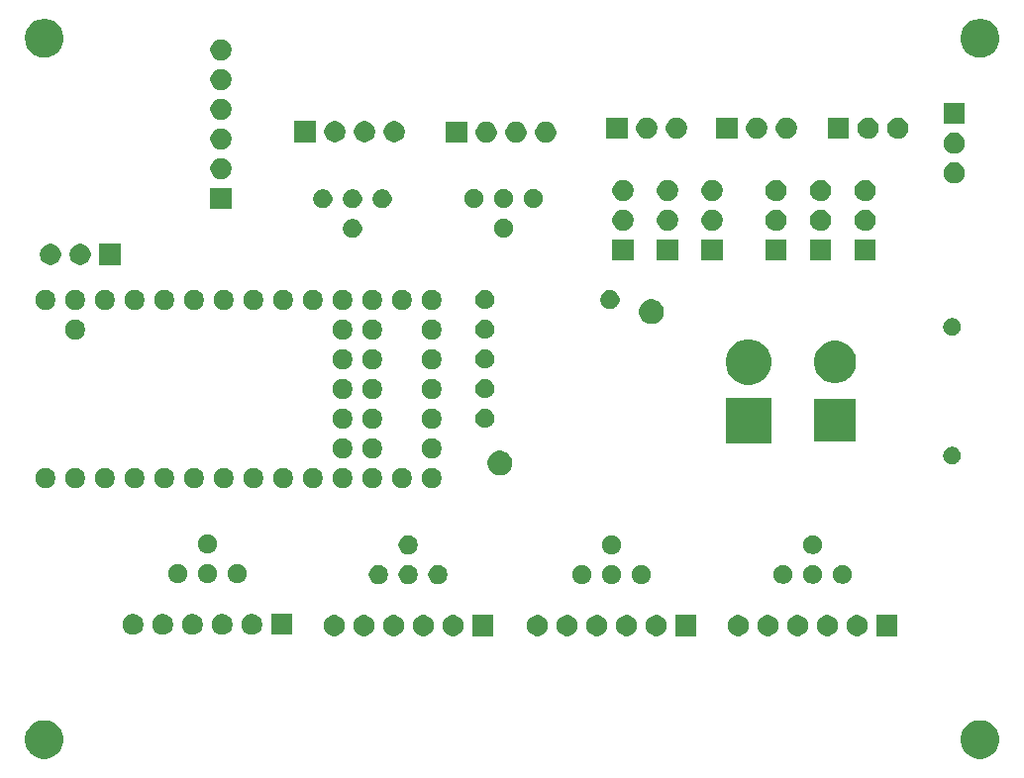
<source format=gbs>
G04 #@! TF.GenerationSoftware,KiCad,Pcbnew,(5.1.5)-3*
G04 #@! TF.CreationDate,2022-01-20T10:14:01-08:00*
G04 #@! TF.ProjectId,teensy_breakout,7465656e-7379-45f6-9272-65616b6f7574,rev?*
G04 #@! TF.SameCoordinates,Original*
G04 #@! TF.FileFunction,Soldermask,Bot*
G04 #@! TF.FilePolarity,Negative*
%FSLAX46Y46*%
G04 Gerber Fmt 4.6, Leading zero omitted, Abs format (unit mm)*
G04 Created by KiCad (PCBNEW (5.1.5)-3) date 2022-01-20 10:14:01*
%MOMM*%
%LPD*%
G04 APERTURE LIST*
%ADD10C,0.100000*%
G04 APERTURE END LIST*
D10*
G36*
X180375256Y-158391298D02*
G01*
X180481579Y-158412447D01*
X180782042Y-158536903D01*
X181052451Y-158717585D01*
X181282415Y-158947549D01*
X181463097Y-159217958D01*
X181587553Y-159518421D01*
X181651000Y-159837391D01*
X181651000Y-160162609D01*
X181587553Y-160481579D01*
X181463097Y-160782042D01*
X181282415Y-161052451D01*
X181052451Y-161282415D01*
X180782042Y-161463097D01*
X180481579Y-161587553D01*
X180375256Y-161608702D01*
X180162611Y-161651000D01*
X179837389Y-161651000D01*
X179624744Y-161608702D01*
X179518421Y-161587553D01*
X179217958Y-161463097D01*
X178947549Y-161282415D01*
X178717585Y-161052451D01*
X178536903Y-160782042D01*
X178412447Y-160481579D01*
X178349000Y-160162609D01*
X178349000Y-159837391D01*
X178412447Y-159518421D01*
X178536903Y-159217958D01*
X178717585Y-158947549D01*
X178947549Y-158717585D01*
X179217958Y-158536903D01*
X179518421Y-158412447D01*
X179624744Y-158391298D01*
X179837389Y-158349000D01*
X180162611Y-158349000D01*
X180375256Y-158391298D01*
G37*
G36*
X100375256Y-158391298D02*
G01*
X100481579Y-158412447D01*
X100782042Y-158536903D01*
X101052451Y-158717585D01*
X101282415Y-158947549D01*
X101463097Y-159217958D01*
X101587553Y-159518421D01*
X101651000Y-159837391D01*
X101651000Y-160162609D01*
X101587553Y-160481579D01*
X101463097Y-160782042D01*
X101282415Y-161052451D01*
X101052451Y-161282415D01*
X100782042Y-161463097D01*
X100481579Y-161587553D01*
X100375256Y-161608702D01*
X100162611Y-161651000D01*
X99837389Y-161651000D01*
X99624744Y-161608702D01*
X99518421Y-161587553D01*
X99217958Y-161463097D01*
X98947549Y-161282415D01*
X98717585Y-161052451D01*
X98536903Y-160782042D01*
X98412447Y-160481579D01*
X98349000Y-160162609D01*
X98349000Y-159837391D01*
X98412447Y-159518421D01*
X98536903Y-159217958D01*
X98717585Y-158947549D01*
X98947549Y-158717585D01*
X99217958Y-158536903D01*
X99518421Y-158412447D01*
X99624744Y-158391298D01*
X99837389Y-158349000D01*
X100162611Y-158349000D01*
X100375256Y-158391298D01*
G37*
G36*
X127421531Y-149351544D02*
G01*
X127582812Y-149383624D01*
X127746784Y-149451544D01*
X127894354Y-149550147D01*
X128019853Y-149675646D01*
X128118456Y-149823216D01*
X128186376Y-149987188D01*
X128221000Y-150161259D01*
X128221000Y-150338741D01*
X128186376Y-150512812D01*
X128118456Y-150676784D01*
X128019853Y-150824354D01*
X127894354Y-150949853D01*
X127746784Y-151048456D01*
X127582812Y-151116376D01*
X127433512Y-151146073D01*
X127408742Y-151151000D01*
X127231258Y-151151000D01*
X127206488Y-151146073D01*
X127057188Y-151116376D01*
X126893216Y-151048456D01*
X126745646Y-150949853D01*
X126620147Y-150824354D01*
X126521544Y-150676784D01*
X126453624Y-150512812D01*
X126419000Y-150338741D01*
X126419000Y-150161259D01*
X126453624Y-149987188D01*
X126521544Y-149823216D01*
X126620147Y-149675646D01*
X126745646Y-149550147D01*
X126893216Y-149451544D01*
X127057188Y-149383624D01*
X127218469Y-149351544D01*
X127231258Y-149349000D01*
X127408742Y-149349000D01*
X127421531Y-149351544D01*
G37*
G36*
X167041531Y-149351544D02*
G01*
X167202812Y-149383624D01*
X167366784Y-149451544D01*
X167514354Y-149550147D01*
X167639853Y-149675646D01*
X167738456Y-149823216D01*
X167806376Y-149987188D01*
X167841000Y-150161259D01*
X167841000Y-150338741D01*
X167806376Y-150512812D01*
X167738456Y-150676784D01*
X167639853Y-150824354D01*
X167514354Y-150949853D01*
X167366784Y-151048456D01*
X167202812Y-151116376D01*
X167053512Y-151146073D01*
X167028742Y-151151000D01*
X166851258Y-151151000D01*
X166826488Y-151146073D01*
X166677188Y-151116376D01*
X166513216Y-151048456D01*
X166365646Y-150949853D01*
X166240147Y-150824354D01*
X166141544Y-150676784D01*
X166073624Y-150512812D01*
X166039000Y-150338741D01*
X166039000Y-150161259D01*
X166073624Y-149987188D01*
X166141544Y-149823216D01*
X166240147Y-149675646D01*
X166365646Y-149550147D01*
X166513216Y-149451544D01*
X166677188Y-149383624D01*
X166838469Y-149351544D01*
X166851258Y-149349000D01*
X167028742Y-149349000D01*
X167041531Y-149351544D01*
G37*
G36*
X124881531Y-149351544D02*
G01*
X125042812Y-149383624D01*
X125206784Y-149451544D01*
X125354354Y-149550147D01*
X125479853Y-149675646D01*
X125578456Y-149823216D01*
X125646376Y-149987188D01*
X125681000Y-150161259D01*
X125681000Y-150338741D01*
X125646376Y-150512812D01*
X125578456Y-150676784D01*
X125479853Y-150824354D01*
X125354354Y-150949853D01*
X125206784Y-151048456D01*
X125042812Y-151116376D01*
X124893512Y-151146073D01*
X124868742Y-151151000D01*
X124691258Y-151151000D01*
X124666488Y-151146073D01*
X124517188Y-151116376D01*
X124353216Y-151048456D01*
X124205646Y-150949853D01*
X124080147Y-150824354D01*
X123981544Y-150676784D01*
X123913624Y-150512812D01*
X123879000Y-150338741D01*
X123879000Y-150161259D01*
X123913624Y-149987188D01*
X123981544Y-149823216D01*
X124080147Y-149675646D01*
X124205646Y-149550147D01*
X124353216Y-149451544D01*
X124517188Y-149383624D01*
X124678469Y-149351544D01*
X124691258Y-149349000D01*
X124868742Y-149349000D01*
X124881531Y-149351544D01*
G37*
G36*
X142261531Y-149351544D02*
G01*
X142422812Y-149383624D01*
X142586784Y-149451544D01*
X142734354Y-149550147D01*
X142859853Y-149675646D01*
X142958456Y-149823216D01*
X143026376Y-149987188D01*
X143061000Y-150161259D01*
X143061000Y-150338741D01*
X143026376Y-150512812D01*
X142958456Y-150676784D01*
X142859853Y-150824354D01*
X142734354Y-150949853D01*
X142586784Y-151048456D01*
X142422812Y-151116376D01*
X142273512Y-151146073D01*
X142248742Y-151151000D01*
X142071258Y-151151000D01*
X142046488Y-151146073D01*
X141897188Y-151116376D01*
X141733216Y-151048456D01*
X141585646Y-150949853D01*
X141460147Y-150824354D01*
X141361544Y-150676784D01*
X141293624Y-150512812D01*
X141259000Y-150338741D01*
X141259000Y-150161259D01*
X141293624Y-149987188D01*
X141361544Y-149823216D01*
X141460147Y-149675646D01*
X141585646Y-149550147D01*
X141733216Y-149451544D01*
X141897188Y-149383624D01*
X142058469Y-149351544D01*
X142071258Y-149349000D01*
X142248742Y-149349000D01*
X142261531Y-149351544D01*
G37*
G36*
X144801531Y-149351544D02*
G01*
X144962812Y-149383624D01*
X145126784Y-149451544D01*
X145274354Y-149550147D01*
X145399853Y-149675646D01*
X145498456Y-149823216D01*
X145566376Y-149987188D01*
X145601000Y-150161259D01*
X145601000Y-150338741D01*
X145566376Y-150512812D01*
X145498456Y-150676784D01*
X145399853Y-150824354D01*
X145274354Y-150949853D01*
X145126784Y-151048456D01*
X144962812Y-151116376D01*
X144813512Y-151146073D01*
X144788742Y-151151000D01*
X144611258Y-151151000D01*
X144586488Y-151146073D01*
X144437188Y-151116376D01*
X144273216Y-151048456D01*
X144125646Y-150949853D01*
X144000147Y-150824354D01*
X143901544Y-150676784D01*
X143833624Y-150512812D01*
X143799000Y-150338741D01*
X143799000Y-150161259D01*
X143833624Y-149987188D01*
X143901544Y-149823216D01*
X144000147Y-149675646D01*
X144125646Y-149550147D01*
X144273216Y-149451544D01*
X144437188Y-149383624D01*
X144598469Y-149351544D01*
X144611258Y-149349000D01*
X144788742Y-149349000D01*
X144801531Y-149351544D01*
G37*
G36*
X147341531Y-149351544D02*
G01*
X147502812Y-149383624D01*
X147666784Y-149451544D01*
X147814354Y-149550147D01*
X147939853Y-149675646D01*
X148038456Y-149823216D01*
X148106376Y-149987188D01*
X148141000Y-150161259D01*
X148141000Y-150338741D01*
X148106376Y-150512812D01*
X148038456Y-150676784D01*
X147939853Y-150824354D01*
X147814354Y-150949853D01*
X147666784Y-151048456D01*
X147502812Y-151116376D01*
X147353512Y-151146073D01*
X147328742Y-151151000D01*
X147151258Y-151151000D01*
X147126488Y-151146073D01*
X146977188Y-151116376D01*
X146813216Y-151048456D01*
X146665646Y-150949853D01*
X146540147Y-150824354D01*
X146441544Y-150676784D01*
X146373624Y-150512812D01*
X146339000Y-150338741D01*
X146339000Y-150161259D01*
X146373624Y-149987188D01*
X146441544Y-149823216D01*
X146540147Y-149675646D01*
X146665646Y-149550147D01*
X146813216Y-149451544D01*
X146977188Y-149383624D01*
X147138469Y-149351544D01*
X147151258Y-149349000D01*
X147328742Y-149349000D01*
X147341531Y-149351544D01*
G37*
G36*
X149881531Y-149351544D02*
G01*
X150042812Y-149383624D01*
X150206784Y-149451544D01*
X150354354Y-149550147D01*
X150479853Y-149675646D01*
X150578456Y-149823216D01*
X150646376Y-149987188D01*
X150681000Y-150161259D01*
X150681000Y-150338741D01*
X150646376Y-150512812D01*
X150578456Y-150676784D01*
X150479853Y-150824354D01*
X150354354Y-150949853D01*
X150206784Y-151048456D01*
X150042812Y-151116376D01*
X149893512Y-151146073D01*
X149868742Y-151151000D01*
X149691258Y-151151000D01*
X149666488Y-151146073D01*
X149517188Y-151116376D01*
X149353216Y-151048456D01*
X149205646Y-150949853D01*
X149080147Y-150824354D01*
X148981544Y-150676784D01*
X148913624Y-150512812D01*
X148879000Y-150338741D01*
X148879000Y-150161259D01*
X148913624Y-149987188D01*
X148981544Y-149823216D01*
X149080147Y-149675646D01*
X149205646Y-149550147D01*
X149353216Y-149451544D01*
X149517188Y-149383624D01*
X149678469Y-149351544D01*
X149691258Y-149349000D01*
X149868742Y-149349000D01*
X149881531Y-149351544D01*
G37*
G36*
X152421531Y-149351544D02*
G01*
X152582812Y-149383624D01*
X152746784Y-149451544D01*
X152894354Y-149550147D01*
X153019853Y-149675646D01*
X153118456Y-149823216D01*
X153186376Y-149987188D01*
X153221000Y-150161259D01*
X153221000Y-150338741D01*
X153186376Y-150512812D01*
X153118456Y-150676784D01*
X153019853Y-150824354D01*
X152894354Y-150949853D01*
X152746784Y-151048456D01*
X152582812Y-151116376D01*
X152433512Y-151146073D01*
X152408742Y-151151000D01*
X152231258Y-151151000D01*
X152206488Y-151146073D01*
X152057188Y-151116376D01*
X151893216Y-151048456D01*
X151745646Y-150949853D01*
X151620147Y-150824354D01*
X151521544Y-150676784D01*
X151453624Y-150512812D01*
X151419000Y-150338741D01*
X151419000Y-150161259D01*
X151453624Y-149987188D01*
X151521544Y-149823216D01*
X151620147Y-149675646D01*
X151745646Y-149550147D01*
X151893216Y-149451544D01*
X152057188Y-149383624D01*
X152218469Y-149351544D01*
X152231258Y-149349000D01*
X152408742Y-149349000D01*
X152421531Y-149351544D01*
G37*
G36*
X155761000Y-151151000D02*
G01*
X153959000Y-151151000D01*
X153959000Y-149349000D01*
X155761000Y-149349000D01*
X155761000Y-151151000D01*
G37*
G36*
X159421531Y-149351544D02*
G01*
X159582812Y-149383624D01*
X159746784Y-149451544D01*
X159894354Y-149550147D01*
X160019853Y-149675646D01*
X160118456Y-149823216D01*
X160186376Y-149987188D01*
X160221000Y-150161259D01*
X160221000Y-150338741D01*
X160186376Y-150512812D01*
X160118456Y-150676784D01*
X160019853Y-150824354D01*
X159894354Y-150949853D01*
X159746784Y-151048456D01*
X159582812Y-151116376D01*
X159433512Y-151146073D01*
X159408742Y-151151000D01*
X159231258Y-151151000D01*
X159206488Y-151146073D01*
X159057188Y-151116376D01*
X158893216Y-151048456D01*
X158745646Y-150949853D01*
X158620147Y-150824354D01*
X158521544Y-150676784D01*
X158453624Y-150512812D01*
X158419000Y-150338741D01*
X158419000Y-150161259D01*
X158453624Y-149987188D01*
X158521544Y-149823216D01*
X158620147Y-149675646D01*
X158745646Y-149550147D01*
X158893216Y-149451544D01*
X159057188Y-149383624D01*
X159218469Y-149351544D01*
X159231258Y-149349000D01*
X159408742Y-149349000D01*
X159421531Y-149351544D01*
G37*
G36*
X164501531Y-149351544D02*
G01*
X164662812Y-149383624D01*
X164826784Y-149451544D01*
X164974354Y-149550147D01*
X165099853Y-149675646D01*
X165198456Y-149823216D01*
X165266376Y-149987188D01*
X165301000Y-150161259D01*
X165301000Y-150338741D01*
X165266376Y-150512812D01*
X165198456Y-150676784D01*
X165099853Y-150824354D01*
X164974354Y-150949853D01*
X164826784Y-151048456D01*
X164662812Y-151116376D01*
X164513512Y-151146073D01*
X164488742Y-151151000D01*
X164311258Y-151151000D01*
X164286488Y-151146073D01*
X164137188Y-151116376D01*
X163973216Y-151048456D01*
X163825646Y-150949853D01*
X163700147Y-150824354D01*
X163601544Y-150676784D01*
X163533624Y-150512812D01*
X163499000Y-150338741D01*
X163499000Y-150161259D01*
X163533624Y-149987188D01*
X163601544Y-149823216D01*
X163700147Y-149675646D01*
X163825646Y-149550147D01*
X163973216Y-149451544D01*
X164137188Y-149383624D01*
X164298469Y-149351544D01*
X164311258Y-149349000D01*
X164488742Y-149349000D01*
X164501531Y-149351544D01*
G37*
G36*
X172921000Y-151151000D02*
G01*
X171119000Y-151151000D01*
X171119000Y-149349000D01*
X172921000Y-149349000D01*
X172921000Y-151151000D01*
G37*
G36*
X169581531Y-149351544D02*
G01*
X169742812Y-149383624D01*
X169906784Y-149451544D01*
X170054354Y-149550147D01*
X170179853Y-149675646D01*
X170278456Y-149823216D01*
X170346376Y-149987188D01*
X170381000Y-150161259D01*
X170381000Y-150338741D01*
X170346376Y-150512812D01*
X170278456Y-150676784D01*
X170179853Y-150824354D01*
X170054354Y-150949853D01*
X169906784Y-151048456D01*
X169742812Y-151116376D01*
X169593512Y-151146073D01*
X169568742Y-151151000D01*
X169391258Y-151151000D01*
X169366488Y-151146073D01*
X169217188Y-151116376D01*
X169053216Y-151048456D01*
X168905646Y-150949853D01*
X168780147Y-150824354D01*
X168681544Y-150676784D01*
X168613624Y-150512812D01*
X168579000Y-150338741D01*
X168579000Y-150161259D01*
X168613624Y-149987188D01*
X168681544Y-149823216D01*
X168780147Y-149675646D01*
X168905646Y-149550147D01*
X169053216Y-149451544D01*
X169217188Y-149383624D01*
X169378469Y-149351544D01*
X169391258Y-149349000D01*
X169568742Y-149349000D01*
X169581531Y-149351544D01*
G37*
G36*
X138381000Y-151151000D02*
G01*
X136579000Y-151151000D01*
X136579000Y-149349000D01*
X138381000Y-149349000D01*
X138381000Y-151151000D01*
G37*
G36*
X135041531Y-149351544D02*
G01*
X135202812Y-149383624D01*
X135366784Y-149451544D01*
X135514354Y-149550147D01*
X135639853Y-149675646D01*
X135738456Y-149823216D01*
X135806376Y-149987188D01*
X135841000Y-150161259D01*
X135841000Y-150338741D01*
X135806376Y-150512812D01*
X135738456Y-150676784D01*
X135639853Y-150824354D01*
X135514354Y-150949853D01*
X135366784Y-151048456D01*
X135202812Y-151116376D01*
X135053512Y-151146073D01*
X135028742Y-151151000D01*
X134851258Y-151151000D01*
X134826488Y-151146073D01*
X134677188Y-151116376D01*
X134513216Y-151048456D01*
X134365646Y-150949853D01*
X134240147Y-150824354D01*
X134141544Y-150676784D01*
X134073624Y-150512812D01*
X134039000Y-150338741D01*
X134039000Y-150161259D01*
X134073624Y-149987188D01*
X134141544Y-149823216D01*
X134240147Y-149675646D01*
X134365646Y-149550147D01*
X134513216Y-149451544D01*
X134677188Y-149383624D01*
X134838469Y-149351544D01*
X134851258Y-149349000D01*
X135028742Y-149349000D01*
X135041531Y-149351544D01*
G37*
G36*
X132501531Y-149351544D02*
G01*
X132662812Y-149383624D01*
X132826784Y-149451544D01*
X132974354Y-149550147D01*
X133099853Y-149675646D01*
X133198456Y-149823216D01*
X133266376Y-149987188D01*
X133301000Y-150161259D01*
X133301000Y-150338741D01*
X133266376Y-150512812D01*
X133198456Y-150676784D01*
X133099853Y-150824354D01*
X132974354Y-150949853D01*
X132826784Y-151048456D01*
X132662812Y-151116376D01*
X132513512Y-151146073D01*
X132488742Y-151151000D01*
X132311258Y-151151000D01*
X132286488Y-151146073D01*
X132137188Y-151116376D01*
X131973216Y-151048456D01*
X131825646Y-150949853D01*
X131700147Y-150824354D01*
X131601544Y-150676784D01*
X131533624Y-150512812D01*
X131499000Y-150338741D01*
X131499000Y-150161259D01*
X131533624Y-149987188D01*
X131601544Y-149823216D01*
X131700147Y-149675646D01*
X131825646Y-149550147D01*
X131973216Y-149451544D01*
X132137188Y-149383624D01*
X132298469Y-149351544D01*
X132311258Y-149349000D01*
X132488742Y-149349000D01*
X132501531Y-149351544D01*
G37*
G36*
X129961531Y-149351544D02*
G01*
X130122812Y-149383624D01*
X130286784Y-149451544D01*
X130434354Y-149550147D01*
X130559853Y-149675646D01*
X130658456Y-149823216D01*
X130726376Y-149987188D01*
X130761000Y-150161259D01*
X130761000Y-150338741D01*
X130726376Y-150512812D01*
X130658456Y-150676784D01*
X130559853Y-150824354D01*
X130434354Y-150949853D01*
X130286784Y-151048456D01*
X130122812Y-151116376D01*
X129973512Y-151146073D01*
X129948742Y-151151000D01*
X129771258Y-151151000D01*
X129746488Y-151146073D01*
X129597188Y-151116376D01*
X129433216Y-151048456D01*
X129285646Y-150949853D01*
X129160147Y-150824354D01*
X129061544Y-150676784D01*
X128993624Y-150512812D01*
X128959000Y-150338741D01*
X128959000Y-150161259D01*
X128993624Y-149987188D01*
X129061544Y-149823216D01*
X129160147Y-149675646D01*
X129285646Y-149550147D01*
X129433216Y-149451544D01*
X129597188Y-149383624D01*
X129758469Y-149351544D01*
X129771258Y-149349000D01*
X129948742Y-149349000D01*
X129961531Y-149351544D01*
G37*
G36*
X161961531Y-149351544D02*
G01*
X162122812Y-149383624D01*
X162286784Y-149451544D01*
X162434354Y-149550147D01*
X162559853Y-149675646D01*
X162658456Y-149823216D01*
X162726376Y-149987188D01*
X162761000Y-150161259D01*
X162761000Y-150338741D01*
X162726376Y-150512812D01*
X162658456Y-150676784D01*
X162559853Y-150824354D01*
X162434354Y-150949853D01*
X162286784Y-151048456D01*
X162122812Y-151116376D01*
X161973512Y-151146073D01*
X161948742Y-151151000D01*
X161771258Y-151151000D01*
X161746488Y-151146073D01*
X161597188Y-151116376D01*
X161433216Y-151048456D01*
X161285646Y-150949853D01*
X161160147Y-150824354D01*
X161061544Y-150676784D01*
X160993624Y-150512812D01*
X160959000Y-150338741D01*
X160959000Y-150161259D01*
X160993624Y-149987188D01*
X161061544Y-149823216D01*
X161160147Y-149675646D01*
X161285646Y-149550147D01*
X161433216Y-149451544D01*
X161597188Y-149383624D01*
X161758469Y-149351544D01*
X161771258Y-149349000D01*
X161948742Y-149349000D01*
X161961531Y-149351544D01*
G37*
G36*
X110233512Y-149253927D02*
G01*
X110382812Y-149283624D01*
X110546784Y-149351544D01*
X110694354Y-149450147D01*
X110819853Y-149575646D01*
X110918456Y-149723216D01*
X110986376Y-149887188D01*
X111021000Y-150061259D01*
X111021000Y-150238741D01*
X110986376Y-150412812D01*
X110918456Y-150576784D01*
X110819853Y-150724354D01*
X110694354Y-150849853D01*
X110546784Y-150948456D01*
X110382812Y-151016376D01*
X110233512Y-151046073D01*
X110208742Y-151051000D01*
X110031258Y-151051000D01*
X110006488Y-151046073D01*
X109857188Y-151016376D01*
X109693216Y-150948456D01*
X109545646Y-150849853D01*
X109420147Y-150724354D01*
X109321544Y-150576784D01*
X109253624Y-150412812D01*
X109219000Y-150238741D01*
X109219000Y-150061259D01*
X109253624Y-149887188D01*
X109321544Y-149723216D01*
X109420147Y-149575646D01*
X109545646Y-149450147D01*
X109693216Y-149351544D01*
X109857188Y-149283624D01*
X110006488Y-149253927D01*
X110031258Y-149249000D01*
X110208742Y-149249000D01*
X110233512Y-149253927D01*
G37*
G36*
X121181000Y-151051000D02*
G01*
X119379000Y-151051000D01*
X119379000Y-149249000D01*
X121181000Y-149249000D01*
X121181000Y-151051000D01*
G37*
G36*
X117853512Y-149253927D02*
G01*
X118002812Y-149283624D01*
X118166784Y-149351544D01*
X118314354Y-149450147D01*
X118439853Y-149575646D01*
X118538456Y-149723216D01*
X118606376Y-149887188D01*
X118641000Y-150061259D01*
X118641000Y-150238741D01*
X118606376Y-150412812D01*
X118538456Y-150576784D01*
X118439853Y-150724354D01*
X118314354Y-150849853D01*
X118166784Y-150948456D01*
X118002812Y-151016376D01*
X117853512Y-151046073D01*
X117828742Y-151051000D01*
X117651258Y-151051000D01*
X117626488Y-151046073D01*
X117477188Y-151016376D01*
X117313216Y-150948456D01*
X117165646Y-150849853D01*
X117040147Y-150724354D01*
X116941544Y-150576784D01*
X116873624Y-150412812D01*
X116839000Y-150238741D01*
X116839000Y-150061259D01*
X116873624Y-149887188D01*
X116941544Y-149723216D01*
X117040147Y-149575646D01*
X117165646Y-149450147D01*
X117313216Y-149351544D01*
X117477188Y-149283624D01*
X117626488Y-149253927D01*
X117651258Y-149249000D01*
X117828742Y-149249000D01*
X117853512Y-149253927D01*
G37*
G36*
X115313512Y-149253927D02*
G01*
X115462812Y-149283624D01*
X115626784Y-149351544D01*
X115774354Y-149450147D01*
X115899853Y-149575646D01*
X115998456Y-149723216D01*
X116066376Y-149887188D01*
X116101000Y-150061259D01*
X116101000Y-150238741D01*
X116066376Y-150412812D01*
X115998456Y-150576784D01*
X115899853Y-150724354D01*
X115774354Y-150849853D01*
X115626784Y-150948456D01*
X115462812Y-151016376D01*
X115313512Y-151046073D01*
X115288742Y-151051000D01*
X115111258Y-151051000D01*
X115086488Y-151046073D01*
X114937188Y-151016376D01*
X114773216Y-150948456D01*
X114625646Y-150849853D01*
X114500147Y-150724354D01*
X114401544Y-150576784D01*
X114333624Y-150412812D01*
X114299000Y-150238741D01*
X114299000Y-150061259D01*
X114333624Y-149887188D01*
X114401544Y-149723216D01*
X114500147Y-149575646D01*
X114625646Y-149450147D01*
X114773216Y-149351544D01*
X114937188Y-149283624D01*
X115086488Y-149253927D01*
X115111258Y-149249000D01*
X115288742Y-149249000D01*
X115313512Y-149253927D01*
G37*
G36*
X112773512Y-149253927D02*
G01*
X112922812Y-149283624D01*
X113086784Y-149351544D01*
X113234354Y-149450147D01*
X113359853Y-149575646D01*
X113458456Y-149723216D01*
X113526376Y-149887188D01*
X113561000Y-150061259D01*
X113561000Y-150238741D01*
X113526376Y-150412812D01*
X113458456Y-150576784D01*
X113359853Y-150724354D01*
X113234354Y-150849853D01*
X113086784Y-150948456D01*
X112922812Y-151016376D01*
X112773512Y-151046073D01*
X112748742Y-151051000D01*
X112571258Y-151051000D01*
X112546488Y-151046073D01*
X112397188Y-151016376D01*
X112233216Y-150948456D01*
X112085646Y-150849853D01*
X111960147Y-150724354D01*
X111861544Y-150576784D01*
X111793624Y-150412812D01*
X111759000Y-150238741D01*
X111759000Y-150061259D01*
X111793624Y-149887188D01*
X111861544Y-149723216D01*
X111960147Y-149575646D01*
X112085646Y-149450147D01*
X112233216Y-149351544D01*
X112397188Y-149283624D01*
X112546488Y-149253927D01*
X112571258Y-149249000D01*
X112748742Y-149249000D01*
X112773512Y-149253927D01*
G37*
G36*
X107693512Y-149253927D02*
G01*
X107842812Y-149283624D01*
X108006784Y-149351544D01*
X108154354Y-149450147D01*
X108279853Y-149575646D01*
X108378456Y-149723216D01*
X108446376Y-149887188D01*
X108481000Y-150061259D01*
X108481000Y-150238741D01*
X108446376Y-150412812D01*
X108378456Y-150576784D01*
X108279853Y-150724354D01*
X108154354Y-150849853D01*
X108006784Y-150948456D01*
X107842812Y-151016376D01*
X107693512Y-151046073D01*
X107668742Y-151051000D01*
X107491258Y-151051000D01*
X107466488Y-151046073D01*
X107317188Y-151016376D01*
X107153216Y-150948456D01*
X107005646Y-150849853D01*
X106880147Y-150724354D01*
X106781544Y-150576784D01*
X106713624Y-150412812D01*
X106679000Y-150238741D01*
X106679000Y-150061259D01*
X106713624Y-149887188D01*
X106781544Y-149723216D01*
X106880147Y-149575646D01*
X107005646Y-149450147D01*
X107153216Y-149351544D01*
X107317188Y-149283624D01*
X107466488Y-149253927D01*
X107491258Y-149249000D01*
X107668742Y-149249000D01*
X107693512Y-149253927D01*
G37*
G36*
X128797142Y-145108242D02*
G01*
X128945101Y-145169529D01*
X129078255Y-145258499D01*
X129191501Y-145371745D01*
X129280471Y-145504899D01*
X129341758Y-145652858D01*
X129373000Y-145809925D01*
X129373000Y-145970075D01*
X129341758Y-146127142D01*
X129280471Y-146275101D01*
X129191501Y-146408255D01*
X129078255Y-146521501D01*
X128945101Y-146610471D01*
X128797142Y-146671758D01*
X128640075Y-146703000D01*
X128479925Y-146703000D01*
X128322858Y-146671758D01*
X128174899Y-146610471D01*
X128041745Y-146521501D01*
X127928499Y-146408255D01*
X127839529Y-146275101D01*
X127778242Y-146127142D01*
X127747000Y-145970075D01*
X127747000Y-145809925D01*
X127778242Y-145652858D01*
X127839529Y-145504899D01*
X127928499Y-145371745D01*
X128041745Y-145258499D01*
X128174899Y-145169529D01*
X128322858Y-145108242D01*
X128479925Y-145077000D01*
X128640075Y-145077000D01*
X128797142Y-145108242D01*
G37*
G36*
X133877142Y-145108242D02*
G01*
X134025101Y-145169529D01*
X134158255Y-145258499D01*
X134271501Y-145371745D01*
X134360471Y-145504899D01*
X134421758Y-145652858D01*
X134453000Y-145809925D01*
X134453000Y-145970075D01*
X134421758Y-146127142D01*
X134360471Y-146275101D01*
X134271501Y-146408255D01*
X134158255Y-146521501D01*
X134025101Y-146610471D01*
X133877142Y-146671758D01*
X133720075Y-146703000D01*
X133559925Y-146703000D01*
X133402858Y-146671758D01*
X133254899Y-146610471D01*
X133121745Y-146521501D01*
X133008499Y-146408255D01*
X132919529Y-146275101D01*
X132858242Y-146127142D01*
X132827000Y-145970075D01*
X132827000Y-145809925D01*
X132858242Y-145652858D01*
X132919529Y-145504899D01*
X133008499Y-145371745D01*
X133121745Y-145258499D01*
X133254899Y-145169529D01*
X133402858Y-145108242D01*
X133559925Y-145077000D01*
X133720075Y-145077000D01*
X133877142Y-145108242D01*
G37*
G36*
X131337142Y-145108242D02*
G01*
X131485101Y-145169529D01*
X131618255Y-145258499D01*
X131731501Y-145371745D01*
X131820471Y-145504899D01*
X131881758Y-145652858D01*
X131913000Y-145809925D01*
X131913000Y-145970075D01*
X131881758Y-146127142D01*
X131820471Y-146275101D01*
X131731501Y-146408255D01*
X131618255Y-146521501D01*
X131485101Y-146610471D01*
X131337142Y-146671758D01*
X131180075Y-146703000D01*
X131019925Y-146703000D01*
X130862858Y-146671758D01*
X130714899Y-146610471D01*
X130581745Y-146521501D01*
X130468499Y-146408255D01*
X130379529Y-146275101D01*
X130318242Y-146127142D01*
X130287000Y-145970075D01*
X130287000Y-145809925D01*
X130318242Y-145652858D01*
X130379529Y-145504899D01*
X130468499Y-145371745D01*
X130581745Y-145258499D01*
X130714899Y-145169529D01*
X130862858Y-145108242D01*
X131019925Y-145077000D01*
X131180075Y-145077000D01*
X131337142Y-145108242D01*
G37*
G36*
X146197142Y-145108242D02*
G01*
X146345101Y-145169529D01*
X146478255Y-145258499D01*
X146591501Y-145371745D01*
X146680471Y-145504899D01*
X146741758Y-145652858D01*
X146773000Y-145809925D01*
X146773000Y-145970075D01*
X146741758Y-146127142D01*
X146680471Y-146275101D01*
X146591501Y-146408255D01*
X146478255Y-146521501D01*
X146345101Y-146610471D01*
X146197142Y-146671758D01*
X146040075Y-146703000D01*
X145879925Y-146703000D01*
X145722858Y-146671758D01*
X145574899Y-146610471D01*
X145441745Y-146521501D01*
X145328499Y-146408255D01*
X145239529Y-146275101D01*
X145178242Y-146127142D01*
X145147000Y-145970075D01*
X145147000Y-145809925D01*
X145178242Y-145652858D01*
X145239529Y-145504899D01*
X145328499Y-145371745D01*
X145441745Y-145258499D01*
X145574899Y-145169529D01*
X145722858Y-145108242D01*
X145879925Y-145077000D01*
X146040075Y-145077000D01*
X146197142Y-145108242D01*
G37*
G36*
X151277142Y-145108242D02*
G01*
X151425101Y-145169529D01*
X151558255Y-145258499D01*
X151671501Y-145371745D01*
X151760471Y-145504899D01*
X151821758Y-145652858D01*
X151853000Y-145809925D01*
X151853000Y-145970075D01*
X151821758Y-146127142D01*
X151760471Y-146275101D01*
X151671501Y-146408255D01*
X151558255Y-146521501D01*
X151425101Y-146610471D01*
X151277142Y-146671758D01*
X151120075Y-146703000D01*
X150959925Y-146703000D01*
X150802858Y-146671758D01*
X150654899Y-146610471D01*
X150521745Y-146521501D01*
X150408499Y-146408255D01*
X150319529Y-146275101D01*
X150258242Y-146127142D01*
X150227000Y-145970075D01*
X150227000Y-145809925D01*
X150258242Y-145652858D01*
X150319529Y-145504899D01*
X150408499Y-145371745D01*
X150521745Y-145258499D01*
X150654899Y-145169529D01*
X150802858Y-145108242D01*
X150959925Y-145077000D01*
X151120075Y-145077000D01*
X151277142Y-145108242D01*
G37*
G36*
X148737142Y-145108242D02*
G01*
X148885101Y-145169529D01*
X149018255Y-145258499D01*
X149131501Y-145371745D01*
X149220471Y-145504899D01*
X149281758Y-145652858D01*
X149313000Y-145809925D01*
X149313000Y-145970075D01*
X149281758Y-146127142D01*
X149220471Y-146275101D01*
X149131501Y-146408255D01*
X149018255Y-146521501D01*
X148885101Y-146610471D01*
X148737142Y-146671758D01*
X148580075Y-146703000D01*
X148419925Y-146703000D01*
X148262858Y-146671758D01*
X148114899Y-146610471D01*
X147981745Y-146521501D01*
X147868499Y-146408255D01*
X147779529Y-146275101D01*
X147718242Y-146127142D01*
X147687000Y-145970075D01*
X147687000Y-145809925D01*
X147718242Y-145652858D01*
X147779529Y-145504899D01*
X147868499Y-145371745D01*
X147981745Y-145258499D01*
X148114899Y-145169529D01*
X148262858Y-145108242D01*
X148419925Y-145077000D01*
X148580075Y-145077000D01*
X148737142Y-145108242D01*
G37*
G36*
X168477142Y-145078242D02*
G01*
X168625101Y-145139529D01*
X168758255Y-145228499D01*
X168871501Y-145341745D01*
X168960471Y-145474899D01*
X169021758Y-145622858D01*
X169053000Y-145779925D01*
X169053000Y-145940075D01*
X169021758Y-146097142D01*
X168960471Y-146245101D01*
X168871501Y-146378255D01*
X168758255Y-146491501D01*
X168625101Y-146580471D01*
X168477142Y-146641758D01*
X168320075Y-146673000D01*
X168159925Y-146673000D01*
X168002858Y-146641758D01*
X167854899Y-146580471D01*
X167721745Y-146491501D01*
X167608499Y-146378255D01*
X167519529Y-146245101D01*
X167458242Y-146097142D01*
X167427000Y-145940075D01*
X167427000Y-145779925D01*
X167458242Y-145622858D01*
X167519529Y-145474899D01*
X167608499Y-145341745D01*
X167721745Y-145228499D01*
X167854899Y-145139529D01*
X168002858Y-145078242D01*
X168159925Y-145047000D01*
X168320075Y-145047000D01*
X168477142Y-145078242D01*
G37*
G36*
X165937142Y-145078242D02*
G01*
X166085101Y-145139529D01*
X166218255Y-145228499D01*
X166331501Y-145341745D01*
X166420471Y-145474899D01*
X166481758Y-145622858D01*
X166513000Y-145779925D01*
X166513000Y-145940075D01*
X166481758Y-146097142D01*
X166420471Y-146245101D01*
X166331501Y-146378255D01*
X166218255Y-146491501D01*
X166085101Y-146580471D01*
X165937142Y-146641758D01*
X165780075Y-146673000D01*
X165619925Y-146673000D01*
X165462858Y-146641758D01*
X165314899Y-146580471D01*
X165181745Y-146491501D01*
X165068499Y-146378255D01*
X164979529Y-146245101D01*
X164918242Y-146097142D01*
X164887000Y-145940075D01*
X164887000Y-145779925D01*
X164918242Y-145622858D01*
X164979529Y-145474899D01*
X165068499Y-145341745D01*
X165181745Y-145228499D01*
X165314899Y-145139529D01*
X165462858Y-145078242D01*
X165619925Y-145047000D01*
X165780075Y-145047000D01*
X165937142Y-145078242D01*
G37*
G36*
X163397142Y-145078242D02*
G01*
X163545101Y-145139529D01*
X163678255Y-145228499D01*
X163791501Y-145341745D01*
X163880471Y-145474899D01*
X163941758Y-145622858D01*
X163973000Y-145779925D01*
X163973000Y-145940075D01*
X163941758Y-146097142D01*
X163880471Y-146245101D01*
X163791501Y-146378255D01*
X163678255Y-146491501D01*
X163545101Y-146580471D01*
X163397142Y-146641758D01*
X163240075Y-146673000D01*
X163079925Y-146673000D01*
X162922858Y-146641758D01*
X162774899Y-146580471D01*
X162641745Y-146491501D01*
X162528499Y-146378255D01*
X162439529Y-146245101D01*
X162378242Y-146097142D01*
X162347000Y-145940075D01*
X162347000Y-145779925D01*
X162378242Y-145622858D01*
X162439529Y-145474899D01*
X162528499Y-145341745D01*
X162641745Y-145228499D01*
X162774899Y-145139529D01*
X162922858Y-145078242D01*
X163079925Y-145047000D01*
X163240075Y-145047000D01*
X163397142Y-145078242D01*
G37*
G36*
X114187142Y-145028242D02*
G01*
X114335101Y-145089529D01*
X114468255Y-145178499D01*
X114581501Y-145291745D01*
X114670471Y-145424899D01*
X114731758Y-145572858D01*
X114763000Y-145729925D01*
X114763000Y-145890075D01*
X114731758Y-146047142D01*
X114670471Y-146195101D01*
X114581501Y-146328255D01*
X114468255Y-146441501D01*
X114335101Y-146530471D01*
X114187142Y-146591758D01*
X114030075Y-146623000D01*
X113869925Y-146623000D01*
X113712858Y-146591758D01*
X113564899Y-146530471D01*
X113431745Y-146441501D01*
X113318499Y-146328255D01*
X113229529Y-146195101D01*
X113168242Y-146047142D01*
X113137000Y-145890075D01*
X113137000Y-145729925D01*
X113168242Y-145572858D01*
X113229529Y-145424899D01*
X113318499Y-145291745D01*
X113431745Y-145178499D01*
X113564899Y-145089529D01*
X113712858Y-145028242D01*
X113869925Y-144997000D01*
X114030075Y-144997000D01*
X114187142Y-145028242D01*
G37*
G36*
X116727142Y-145028242D02*
G01*
X116875101Y-145089529D01*
X117008255Y-145178499D01*
X117121501Y-145291745D01*
X117210471Y-145424899D01*
X117271758Y-145572858D01*
X117303000Y-145729925D01*
X117303000Y-145890075D01*
X117271758Y-146047142D01*
X117210471Y-146195101D01*
X117121501Y-146328255D01*
X117008255Y-146441501D01*
X116875101Y-146530471D01*
X116727142Y-146591758D01*
X116570075Y-146623000D01*
X116409925Y-146623000D01*
X116252858Y-146591758D01*
X116104899Y-146530471D01*
X115971745Y-146441501D01*
X115858499Y-146328255D01*
X115769529Y-146195101D01*
X115708242Y-146047142D01*
X115677000Y-145890075D01*
X115677000Y-145729925D01*
X115708242Y-145572858D01*
X115769529Y-145424899D01*
X115858499Y-145291745D01*
X115971745Y-145178499D01*
X116104899Y-145089529D01*
X116252858Y-145028242D01*
X116409925Y-144997000D01*
X116570075Y-144997000D01*
X116727142Y-145028242D01*
G37*
G36*
X111647142Y-145028242D02*
G01*
X111795101Y-145089529D01*
X111928255Y-145178499D01*
X112041501Y-145291745D01*
X112130471Y-145424899D01*
X112191758Y-145572858D01*
X112223000Y-145729925D01*
X112223000Y-145890075D01*
X112191758Y-146047142D01*
X112130471Y-146195101D01*
X112041501Y-146328255D01*
X111928255Y-146441501D01*
X111795101Y-146530471D01*
X111647142Y-146591758D01*
X111490075Y-146623000D01*
X111329925Y-146623000D01*
X111172858Y-146591758D01*
X111024899Y-146530471D01*
X110891745Y-146441501D01*
X110778499Y-146328255D01*
X110689529Y-146195101D01*
X110628242Y-146047142D01*
X110597000Y-145890075D01*
X110597000Y-145729925D01*
X110628242Y-145572858D01*
X110689529Y-145424899D01*
X110778499Y-145291745D01*
X110891745Y-145178499D01*
X111024899Y-145089529D01*
X111172858Y-145028242D01*
X111329925Y-144997000D01*
X111490075Y-144997000D01*
X111647142Y-145028242D01*
G37*
G36*
X131337142Y-142568242D02*
G01*
X131485101Y-142629529D01*
X131618255Y-142718499D01*
X131731501Y-142831745D01*
X131820471Y-142964899D01*
X131881758Y-143112858D01*
X131913000Y-143269925D01*
X131913000Y-143430075D01*
X131881758Y-143587142D01*
X131820471Y-143735101D01*
X131731501Y-143868255D01*
X131618255Y-143981501D01*
X131485101Y-144070471D01*
X131337142Y-144131758D01*
X131180075Y-144163000D01*
X131019925Y-144163000D01*
X130862858Y-144131758D01*
X130714899Y-144070471D01*
X130581745Y-143981501D01*
X130468499Y-143868255D01*
X130379529Y-143735101D01*
X130318242Y-143587142D01*
X130287000Y-143430075D01*
X130287000Y-143269925D01*
X130318242Y-143112858D01*
X130379529Y-142964899D01*
X130468499Y-142831745D01*
X130581745Y-142718499D01*
X130714899Y-142629529D01*
X130862858Y-142568242D01*
X131019925Y-142537000D01*
X131180075Y-142537000D01*
X131337142Y-142568242D01*
G37*
G36*
X148737142Y-142568242D02*
G01*
X148885101Y-142629529D01*
X149018255Y-142718499D01*
X149131501Y-142831745D01*
X149220471Y-142964899D01*
X149281758Y-143112858D01*
X149313000Y-143269925D01*
X149313000Y-143430075D01*
X149281758Y-143587142D01*
X149220471Y-143735101D01*
X149131501Y-143868255D01*
X149018255Y-143981501D01*
X148885101Y-144070471D01*
X148737142Y-144131758D01*
X148580075Y-144163000D01*
X148419925Y-144163000D01*
X148262858Y-144131758D01*
X148114899Y-144070471D01*
X147981745Y-143981501D01*
X147868499Y-143868255D01*
X147779529Y-143735101D01*
X147718242Y-143587142D01*
X147687000Y-143430075D01*
X147687000Y-143269925D01*
X147718242Y-143112858D01*
X147779529Y-142964899D01*
X147868499Y-142831745D01*
X147981745Y-142718499D01*
X148114899Y-142629529D01*
X148262858Y-142568242D01*
X148419925Y-142537000D01*
X148580075Y-142537000D01*
X148737142Y-142568242D01*
G37*
G36*
X165937142Y-142538242D02*
G01*
X166085101Y-142599529D01*
X166218255Y-142688499D01*
X166331501Y-142801745D01*
X166420471Y-142934899D01*
X166481758Y-143082858D01*
X166513000Y-143239925D01*
X166513000Y-143400075D01*
X166481758Y-143557142D01*
X166420471Y-143705101D01*
X166331501Y-143838255D01*
X166218255Y-143951501D01*
X166085101Y-144040471D01*
X165937142Y-144101758D01*
X165780075Y-144133000D01*
X165619925Y-144133000D01*
X165462858Y-144101758D01*
X165314899Y-144040471D01*
X165181745Y-143951501D01*
X165068499Y-143838255D01*
X164979529Y-143705101D01*
X164918242Y-143557142D01*
X164887000Y-143400075D01*
X164887000Y-143239925D01*
X164918242Y-143082858D01*
X164979529Y-142934899D01*
X165068499Y-142801745D01*
X165181745Y-142688499D01*
X165314899Y-142599529D01*
X165462858Y-142538242D01*
X165619925Y-142507000D01*
X165780075Y-142507000D01*
X165937142Y-142538242D01*
G37*
G36*
X114187142Y-142488242D02*
G01*
X114335101Y-142549529D01*
X114468255Y-142638499D01*
X114581501Y-142751745D01*
X114670471Y-142884899D01*
X114731758Y-143032858D01*
X114763000Y-143189925D01*
X114763000Y-143350075D01*
X114731758Y-143507142D01*
X114670471Y-143655101D01*
X114581501Y-143788255D01*
X114468255Y-143901501D01*
X114335101Y-143990471D01*
X114187142Y-144051758D01*
X114030075Y-144083000D01*
X113869925Y-144083000D01*
X113712858Y-144051758D01*
X113564899Y-143990471D01*
X113431745Y-143901501D01*
X113318499Y-143788255D01*
X113229529Y-143655101D01*
X113168242Y-143507142D01*
X113137000Y-143350075D01*
X113137000Y-143189925D01*
X113168242Y-143032858D01*
X113229529Y-142884899D01*
X113318499Y-142751745D01*
X113431745Y-142638499D01*
X113564899Y-142549529D01*
X113712858Y-142488242D01*
X113869925Y-142457000D01*
X114030075Y-142457000D01*
X114187142Y-142488242D01*
G37*
G36*
X110498228Y-136801703D02*
G01*
X110653100Y-136865853D01*
X110792481Y-136958985D01*
X110911015Y-137077519D01*
X111004147Y-137216900D01*
X111068297Y-137371772D01*
X111101000Y-137536184D01*
X111101000Y-137703816D01*
X111068297Y-137868228D01*
X111004147Y-138023100D01*
X110911015Y-138162481D01*
X110792481Y-138281015D01*
X110653100Y-138374147D01*
X110498228Y-138438297D01*
X110333816Y-138471000D01*
X110166184Y-138471000D01*
X110001772Y-138438297D01*
X109846900Y-138374147D01*
X109707519Y-138281015D01*
X109588985Y-138162481D01*
X109495853Y-138023100D01*
X109431703Y-137868228D01*
X109399000Y-137703816D01*
X109399000Y-137536184D01*
X109431703Y-137371772D01*
X109495853Y-137216900D01*
X109588985Y-137077519D01*
X109707519Y-136958985D01*
X109846900Y-136865853D01*
X110001772Y-136801703D01*
X110166184Y-136769000D01*
X110333816Y-136769000D01*
X110498228Y-136801703D01*
G37*
G36*
X125738228Y-136801703D02*
G01*
X125893100Y-136865853D01*
X126032481Y-136958985D01*
X126151015Y-137077519D01*
X126244147Y-137216900D01*
X126308297Y-137371772D01*
X126341000Y-137536184D01*
X126341000Y-137703816D01*
X126308297Y-137868228D01*
X126244147Y-138023100D01*
X126151015Y-138162481D01*
X126032481Y-138281015D01*
X125893100Y-138374147D01*
X125738228Y-138438297D01*
X125573816Y-138471000D01*
X125406184Y-138471000D01*
X125241772Y-138438297D01*
X125086900Y-138374147D01*
X124947519Y-138281015D01*
X124828985Y-138162481D01*
X124735853Y-138023100D01*
X124671703Y-137868228D01*
X124639000Y-137703816D01*
X124639000Y-137536184D01*
X124671703Y-137371772D01*
X124735853Y-137216900D01*
X124828985Y-137077519D01*
X124947519Y-136958985D01*
X125086900Y-136865853D01*
X125241772Y-136801703D01*
X125406184Y-136769000D01*
X125573816Y-136769000D01*
X125738228Y-136801703D01*
G37*
G36*
X100338228Y-136801703D02*
G01*
X100493100Y-136865853D01*
X100632481Y-136958985D01*
X100751015Y-137077519D01*
X100844147Y-137216900D01*
X100908297Y-137371772D01*
X100941000Y-137536184D01*
X100941000Y-137703816D01*
X100908297Y-137868228D01*
X100844147Y-138023100D01*
X100751015Y-138162481D01*
X100632481Y-138281015D01*
X100493100Y-138374147D01*
X100338228Y-138438297D01*
X100173816Y-138471000D01*
X100006184Y-138471000D01*
X99841772Y-138438297D01*
X99686900Y-138374147D01*
X99547519Y-138281015D01*
X99428985Y-138162481D01*
X99335853Y-138023100D01*
X99271703Y-137868228D01*
X99239000Y-137703816D01*
X99239000Y-137536184D01*
X99271703Y-137371772D01*
X99335853Y-137216900D01*
X99428985Y-137077519D01*
X99547519Y-136958985D01*
X99686900Y-136865853D01*
X99841772Y-136801703D01*
X100006184Y-136769000D01*
X100173816Y-136769000D01*
X100338228Y-136801703D01*
G37*
G36*
X102878228Y-136801703D02*
G01*
X103033100Y-136865853D01*
X103172481Y-136958985D01*
X103291015Y-137077519D01*
X103384147Y-137216900D01*
X103448297Y-137371772D01*
X103481000Y-137536184D01*
X103481000Y-137703816D01*
X103448297Y-137868228D01*
X103384147Y-138023100D01*
X103291015Y-138162481D01*
X103172481Y-138281015D01*
X103033100Y-138374147D01*
X102878228Y-138438297D01*
X102713816Y-138471000D01*
X102546184Y-138471000D01*
X102381772Y-138438297D01*
X102226900Y-138374147D01*
X102087519Y-138281015D01*
X101968985Y-138162481D01*
X101875853Y-138023100D01*
X101811703Y-137868228D01*
X101779000Y-137703816D01*
X101779000Y-137536184D01*
X101811703Y-137371772D01*
X101875853Y-137216900D01*
X101968985Y-137077519D01*
X102087519Y-136958985D01*
X102226900Y-136865853D01*
X102381772Y-136801703D01*
X102546184Y-136769000D01*
X102713816Y-136769000D01*
X102878228Y-136801703D01*
G37*
G36*
X105418228Y-136801703D02*
G01*
X105573100Y-136865853D01*
X105712481Y-136958985D01*
X105831015Y-137077519D01*
X105924147Y-137216900D01*
X105988297Y-137371772D01*
X106021000Y-137536184D01*
X106021000Y-137703816D01*
X105988297Y-137868228D01*
X105924147Y-138023100D01*
X105831015Y-138162481D01*
X105712481Y-138281015D01*
X105573100Y-138374147D01*
X105418228Y-138438297D01*
X105253816Y-138471000D01*
X105086184Y-138471000D01*
X104921772Y-138438297D01*
X104766900Y-138374147D01*
X104627519Y-138281015D01*
X104508985Y-138162481D01*
X104415853Y-138023100D01*
X104351703Y-137868228D01*
X104319000Y-137703816D01*
X104319000Y-137536184D01*
X104351703Y-137371772D01*
X104415853Y-137216900D01*
X104508985Y-137077519D01*
X104627519Y-136958985D01*
X104766900Y-136865853D01*
X104921772Y-136801703D01*
X105086184Y-136769000D01*
X105253816Y-136769000D01*
X105418228Y-136801703D01*
G37*
G36*
X107958228Y-136801703D02*
G01*
X108113100Y-136865853D01*
X108252481Y-136958985D01*
X108371015Y-137077519D01*
X108464147Y-137216900D01*
X108528297Y-137371772D01*
X108561000Y-137536184D01*
X108561000Y-137703816D01*
X108528297Y-137868228D01*
X108464147Y-138023100D01*
X108371015Y-138162481D01*
X108252481Y-138281015D01*
X108113100Y-138374147D01*
X107958228Y-138438297D01*
X107793816Y-138471000D01*
X107626184Y-138471000D01*
X107461772Y-138438297D01*
X107306900Y-138374147D01*
X107167519Y-138281015D01*
X107048985Y-138162481D01*
X106955853Y-138023100D01*
X106891703Y-137868228D01*
X106859000Y-137703816D01*
X106859000Y-137536184D01*
X106891703Y-137371772D01*
X106955853Y-137216900D01*
X107048985Y-137077519D01*
X107167519Y-136958985D01*
X107306900Y-136865853D01*
X107461772Y-136801703D01*
X107626184Y-136769000D01*
X107793816Y-136769000D01*
X107958228Y-136801703D01*
G37*
G36*
X113038228Y-136801703D02*
G01*
X113193100Y-136865853D01*
X113332481Y-136958985D01*
X113451015Y-137077519D01*
X113544147Y-137216900D01*
X113608297Y-137371772D01*
X113641000Y-137536184D01*
X113641000Y-137703816D01*
X113608297Y-137868228D01*
X113544147Y-138023100D01*
X113451015Y-138162481D01*
X113332481Y-138281015D01*
X113193100Y-138374147D01*
X113038228Y-138438297D01*
X112873816Y-138471000D01*
X112706184Y-138471000D01*
X112541772Y-138438297D01*
X112386900Y-138374147D01*
X112247519Y-138281015D01*
X112128985Y-138162481D01*
X112035853Y-138023100D01*
X111971703Y-137868228D01*
X111939000Y-137703816D01*
X111939000Y-137536184D01*
X111971703Y-137371772D01*
X112035853Y-137216900D01*
X112128985Y-137077519D01*
X112247519Y-136958985D01*
X112386900Y-136865853D01*
X112541772Y-136801703D01*
X112706184Y-136769000D01*
X112873816Y-136769000D01*
X113038228Y-136801703D01*
G37*
G36*
X115578228Y-136801703D02*
G01*
X115733100Y-136865853D01*
X115872481Y-136958985D01*
X115991015Y-137077519D01*
X116084147Y-137216900D01*
X116148297Y-137371772D01*
X116181000Y-137536184D01*
X116181000Y-137703816D01*
X116148297Y-137868228D01*
X116084147Y-138023100D01*
X115991015Y-138162481D01*
X115872481Y-138281015D01*
X115733100Y-138374147D01*
X115578228Y-138438297D01*
X115413816Y-138471000D01*
X115246184Y-138471000D01*
X115081772Y-138438297D01*
X114926900Y-138374147D01*
X114787519Y-138281015D01*
X114668985Y-138162481D01*
X114575853Y-138023100D01*
X114511703Y-137868228D01*
X114479000Y-137703816D01*
X114479000Y-137536184D01*
X114511703Y-137371772D01*
X114575853Y-137216900D01*
X114668985Y-137077519D01*
X114787519Y-136958985D01*
X114926900Y-136865853D01*
X115081772Y-136801703D01*
X115246184Y-136769000D01*
X115413816Y-136769000D01*
X115578228Y-136801703D01*
G37*
G36*
X118118228Y-136801703D02*
G01*
X118273100Y-136865853D01*
X118412481Y-136958985D01*
X118531015Y-137077519D01*
X118624147Y-137216900D01*
X118688297Y-137371772D01*
X118721000Y-137536184D01*
X118721000Y-137703816D01*
X118688297Y-137868228D01*
X118624147Y-138023100D01*
X118531015Y-138162481D01*
X118412481Y-138281015D01*
X118273100Y-138374147D01*
X118118228Y-138438297D01*
X117953816Y-138471000D01*
X117786184Y-138471000D01*
X117621772Y-138438297D01*
X117466900Y-138374147D01*
X117327519Y-138281015D01*
X117208985Y-138162481D01*
X117115853Y-138023100D01*
X117051703Y-137868228D01*
X117019000Y-137703816D01*
X117019000Y-137536184D01*
X117051703Y-137371772D01*
X117115853Y-137216900D01*
X117208985Y-137077519D01*
X117327519Y-136958985D01*
X117466900Y-136865853D01*
X117621772Y-136801703D01*
X117786184Y-136769000D01*
X117953816Y-136769000D01*
X118118228Y-136801703D01*
G37*
G36*
X123198228Y-136801703D02*
G01*
X123353100Y-136865853D01*
X123492481Y-136958985D01*
X123611015Y-137077519D01*
X123704147Y-137216900D01*
X123768297Y-137371772D01*
X123801000Y-137536184D01*
X123801000Y-137703816D01*
X123768297Y-137868228D01*
X123704147Y-138023100D01*
X123611015Y-138162481D01*
X123492481Y-138281015D01*
X123353100Y-138374147D01*
X123198228Y-138438297D01*
X123033816Y-138471000D01*
X122866184Y-138471000D01*
X122701772Y-138438297D01*
X122546900Y-138374147D01*
X122407519Y-138281015D01*
X122288985Y-138162481D01*
X122195853Y-138023100D01*
X122131703Y-137868228D01*
X122099000Y-137703816D01*
X122099000Y-137536184D01*
X122131703Y-137371772D01*
X122195853Y-137216900D01*
X122288985Y-137077519D01*
X122407519Y-136958985D01*
X122546900Y-136865853D01*
X122701772Y-136801703D01*
X122866184Y-136769000D01*
X123033816Y-136769000D01*
X123198228Y-136801703D01*
G37*
G36*
X120658228Y-136801703D02*
G01*
X120813100Y-136865853D01*
X120952481Y-136958985D01*
X121071015Y-137077519D01*
X121164147Y-137216900D01*
X121228297Y-137371772D01*
X121261000Y-137536184D01*
X121261000Y-137703816D01*
X121228297Y-137868228D01*
X121164147Y-138023100D01*
X121071015Y-138162481D01*
X120952481Y-138281015D01*
X120813100Y-138374147D01*
X120658228Y-138438297D01*
X120493816Y-138471000D01*
X120326184Y-138471000D01*
X120161772Y-138438297D01*
X120006900Y-138374147D01*
X119867519Y-138281015D01*
X119748985Y-138162481D01*
X119655853Y-138023100D01*
X119591703Y-137868228D01*
X119559000Y-137703816D01*
X119559000Y-137536184D01*
X119591703Y-137371772D01*
X119655853Y-137216900D01*
X119748985Y-137077519D01*
X119867519Y-136958985D01*
X120006900Y-136865853D01*
X120161772Y-136801703D01*
X120326184Y-136769000D01*
X120493816Y-136769000D01*
X120658228Y-136801703D01*
G37*
G36*
X133358228Y-136801703D02*
G01*
X133513100Y-136865853D01*
X133652481Y-136958985D01*
X133771015Y-137077519D01*
X133864147Y-137216900D01*
X133928297Y-137371772D01*
X133961000Y-137536184D01*
X133961000Y-137703816D01*
X133928297Y-137868228D01*
X133864147Y-138023100D01*
X133771015Y-138162481D01*
X133652481Y-138281015D01*
X133513100Y-138374147D01*
X133358228Y-138438297D01*
X133193816Y-138471000D01*
X133026184Y-138471000D01*
X132861772Y-138438297D01*
X132706900Y-138374147D01*
X132567519Y-138281015D01*
X132448985Y-138162481D01*
X132355853Y-138023100D01*
X132291703Y-137868228D01*
X132259000Y-137703816D01*
X132259000Y-137536184D01*
X132291703Y-137371772D01*
X132355853Y-137216900D01*
X132448985Y-137077519D01*
X132567519Y-136958985D01*
X132706900Y-136865853D01*
X132861772Y-136801703D01*
X133026184Y-136769000D01*
X133193816Y-136769000D01*
X133358228Y-136801703D01*
G37*
G36*
X130818228Y-136801703D02*
G01*
X130973100Y-136865853D01*
X131112481Y-136958985D01*
X131231015Y-137077519D01*
X131324147Y-137216900D01*
X131388297Y-137371772D01*
X131421000Y-137536184D01*
X131421000Y-137703816D01*
X131388297Y-137868228D01*
X131324147Y-138023100D01*
X131231015Y-138162481D01*
X131112481Y-138281015D01*
X130973100Y-138374147D01*
X130818228Y-138438297D01*
X130653816Y-138471000D01*
X130486184Y-138471000D01*
X130321772Y-138438297D01*
X130166900Y-138374147D01*
X130027519Y-138281015D01*
X129908985Y-138162481D01*
X129815853Y-138023100D01*
X129751703Y-137868228D01*
X129719000Y-137703816D01*
X129719000Y-137536184D01*
X129751703Y-137371772D01*
X129815853Y-137216900D01*
X129908985Y-137077519D01*
X130027519Y-136958985D01*
X130166900Y-136865853D01*
X130321772Y-136801703D01*
X130486184Y-136769000D01*
X130653816Y-136769000D01*
X130818228Y-136801703D01*
G37*
G36*
X128278228Y-136801703D02*
G01*
X128433100Y-136865853D01*
X128572481Y-136958985D01*
X128691015Y-137077519D01*
X128784147Y-137216900D01*
X128848297Y-137371772D01*
X128881000Y-137536184D01*
X128881000Y-137703816D01*
X128848297Y-137868228D01*
X128784147Y-138023100D01*
X128691015Y-138162481D01*
X128572481Y-138281015D01*
X128433100Y-138374147D01*
X128278228Y-138438297D01*
X128113816Y-138471000D01*
X127946184Y-138471000D01*
X127781772Y-138438297D01*
X127626900Y-138374147D01*
X127487519Y-138281015D01*
X127368985Y-138162481D01*
X127275853Y-138023100D01*
X127211703Y-137868228D01*
X127179000Y-137703816D01*
X127179000Y-137536184D01*
X127211703Y-137371772D01*
X127275853Y-137216900D01*
X127368985Y-137077519D01*
X127487519Y-136958985D01*
X127626900Y-136865853D01*
X127781772Y-136801703D01*
X127946184Y-136769000D01*
X128113816Y-136769000D01*
X128278228Y-136801703D01*
G37*
G36*
X139246564Y-135329389D02*
G01*
X139437833Y-135408615D01*
X139437835Y-135408616D01*
X139609973Y-135523635D01*
X139756365Y-135670027D01*
X139866027Y-135834147D01*
X139871385Y-135842167D01*
X139950611Y-136033436D01*
X139991000Y-136236484D01*
X139991000Y-136443516D01*
X139950611Y-136646564D01*
X139871385Y-136837833D01*
X139871384Y-136837835D01*
X139756365Y-137009973D01*
X139609973Y-137156365D01*
X139437835Y-137271384D01*
X139437834Y-137271385D01*
X139437833Y-137271385D01*
X139246564Y-137350611D01*
X139043516Y-137391000D01*
X138836484Y-137391000D01*
X138633436Y-137350611D01*
X138442167Y-137271385D01*
X138442166Y-137271385D01*
X138442165Y-137271384D01*
X138270027Y-137156365D01*
X138123635Y-137009973D01*
X138008616Y-136837835D01*
X138008615Y-136837833D01*
X137929389Y-136646564D01*
X137889000Y-136443516D01*
X137889000Y-136236484D01*
X137929389Y-136033436D01*
X138008615Y-135842167D01*
X138013974Y-135834147D01*
X138123635Y-135670027D01*
X138270027Y-135523635D01*
X138442165Y-135408616D01*
X138442167Y-135408615D01*
X138633436Y-135329389D01*
X138836484Y-135289000D01*
X139043516Y-135289000D01*
X139246564Y-135329389D01*
G37*
G36*
X177819059Y-134977860D02*
G01*
X177955732Y-135034472D01*
X178078735Y-135116660D01*
X178183340Y-135221265D01*
X178265528Y-135344268D01*
X178265529Y-135344270D01*
X178322140Y-135480941D01*
X178351000Y-135626032D01*
X178351000Y-135773968D01*
X178326270Y-135898295D01*
X178322140Y-135919059D01*
X178265528Y-136055732D01*
X178183340Y-136178735D01*
X178078735Y-136283340D01*
X177955732Y-136365528D01*
X177955731Y-136365529D01*
X177955730Y-136365529D01*
X177819059Y-136422140D01*
X177673968Y-136451000D01*
X177526032Y-136451000D01*
X177380941Y-136422140D01*
X177244270Y-136365529D01*
X177244269Y-136365529D01*
X177244268Y-136365528D01*
X177121265Y-136283340D01*
X177016660Y-136178735D01*
X176934472Y-136055732D01*
X176877860Y-135919059D01*
X176873730Y-135898295D01*
X176849000Y-135773968D01*
X176849000Y-135626032D01*
X176877860Y-135480941D01*
X176934471Y-135344270D01*
X176934472Y-135344268D01*
X177016660Y-135221265D01*
X177121265Y-135116660D01*
X177244268Y-135034472D01*
X177380941Y-134977860D01*
X177526032Y-134949000D01*
X177673968Y-134949000D01*
X177819059Y-134977860D01*
G37*
G36*
X133358228Y-134261703D02*
G01*
X133513100Y-134325853D01*
X133652481Y-134418985D01*
X133771015Y-134537519D01*
X133864147Y-134676900D01*
X133928297Y-134831772D01*
X133961000Y-134996184D01*
X133961000Y-135163816D01*
X133928297Y-135328228D01*
X133864147Y-135483100D01*
X133771015Y-135622481D01*
X133652481Y-135741015D01*
X133513100Y-135834147D01*
X133358228Y-135898297D01*
X133193816Y-135931000D01*
X133026184Y-135931000D01*
X132861772Y-135898297D01*
X132706900Y-135834147D01*
X132567519Y-135741015D01*
X132448985Y-135622481D01*
X132355853Y-135483100D01*
X132291703Y-135328228D01*
X132259000Y-135163816D01*
X132259000Y-134996184D01*
X132291703Y-134831772D01*
X132355853Y-134676900D01*
X132448985Y-134537519D01*
X132567519Y-134418985D01*
X132706900Y-134325853D01*
X132861772Y-134261703D01*
X133026184Y-134229000D01*
X133193816Y-134229000D01*
X133358228Y-134261703D01*
G37*
G36*
X125738228Y-134261703D02*
G01*
X125893100Y-134325853D01*
X126032481Y-134418985D01*
X126151015Y-134537519D01*
X126244147Y-134676900D01*
X126308297Y-134831772D01*
X126341000Y-134996184D01*
X126341000Y-135163816D01*
X126308297Y-135328228D01*
X126244147Y-135483100D01*
X126151015Y-135622481D01*
X126032481Y-135741015D01*
X125893100Y-135834147D01*
X125738228Y-135898297D01*
X125573816Y-135931000D01*
X125406184Y-135931000D01*
X125241772Y-135898297D01*
X125086900Y-135834147D01*
X124947519Y-135741015D01*
X124828985Y-135622481D01*
X124735853Y-135483100D01*
X124671703Y-135328228D01*
X124639000Y-135163816D01*
X124639000Y-134996184D01*
X124671703Y-134831772D01*
X124735853Y-134676900D01*
X124828985Y-134537519D01*
X124947519Y-134418985D01*
X125086900Y-134325853D01*
X125241772Y-134261703D01*
X125406184Y-134229000D01*
X125573816Y-134229000D01*
X125738228Y-134261703D01*
G37*
G36*
X128278228Y-134261703D02*
G01*
X128433100Y-134325853D01*
X128572481Y-134418985D01*
X128691015Y-134537519D01*
X128784147Y-134676900D01*
X128848297Y-134831772D01*
X128881000Y-134996184D01*
X128881000Y-135163816D01*
X128848297Y-135328228D01*
X128784147Y-135483100D01*
X128691015Y-135622481D01*
X128572481Y-135741015D01*
X128433100Y-135834147D01*
X128278228Y-135898297D01*
X128113816Y-135931000D01*
X127946184Y-135931000D01*
X127781772Y-135898297D01*
X127626900Y-135834147D01*
X127487519Y-135741015D01*
X127368985Y-135622481D01*
X127275853Y-135483100D01*
X127211703Y-135328228D01*
X127179000Y-135163816D01*
X127179000Y-134996184D01*
X127211703Y-134831772D01*
X127275853Y-134676900D01*
X127368985Y-134537519D01*
X127487519Y-134418985D01*
X127626900Y-134325853D01*
X127781772Y-134261703D01*
X127946184Y-134229000D01*
X128113816Y-134229000D01*
X128278228Y-134261703D01*
G37*
G36*
X162151000Y-134651000D02*
G01*
X158249000Y-134651000D01*
X158249000Y-130749000D01*
X162151000Y-130749000D01*
X162151000Y-134651000D01*
G37*
G36*
X169401000Y-134501000D02*
G01*
X165799000Y-134501000D01*
X165799000Y-130899000D01*
X169401000Y-130899000D01*
X169401000Y-134501000D01*
G37*
G36*
X125738228Y-131721703D02*
G01*
X125893100Y-131785853D01*
X126032481Y-131878985D01*
X126151015Y-131997519D01*
X126244147Y-132136900D01*
X126308297Y-132291772D01*
X126341000Y-132456184D01*
X126341000Y-132623816D01*
X126308297Y-132788228D01*
X126244147Y-132943100D01*
X126151015Y-133082481D01*
X126032481Y-133201015D01*
X125893100Y-133294147D01*
X125738228Y-133358297D01*
X125573816Y-133391000D01*
X125406184Y-133391000D01*
X125241772Y-133358297D01*
X125086900Y-133294147D01*
X124947519Y-133201015D01*
X124828985Y-133082481D01*
X124735853Y-132943100D01*
X124671703Y-132788228D01*
X124639000Y-132623816D01*
X124639000Y-132456184D01*
X124671703Y-132291772D01*
X124735853Y-132136900D01*
X124828985Y-131997519D01*
X124947519Y-131878985D01*
X125086900Y-131785853D01*
X125241772Y-131721703D01*
X125406184Y-131689000D01*
X125573816Y-131689000D01*
X125738228Y-131721703D01*
G37*
G36*
X128278228Y-131721703D02*
G01*
X128433100Y-131785853D01*
X128572481Y-131878985D01*
X128691015Y-131997519D01*
X128784147Y-132136900D01*
X128848297Y-132291772D01*
X128881000Y-132456184D01*
X128881000Y-132623816D01*
X128848297Y-132788228D01*
X128784147Y-132943100D01*
X128691015Y-133082481D01*
X128572481Y-133201015D01*
X128433100Y-133294147D01*
X128278228Y-133358297D01*
X128113816Y-133391000D01*
X127946184Y-133391000D01*
X127781772Y-133358297D01*
X127626900Y-133294147D01*
X127487519Y-133201015D01*
X127368985Y-133082481D01*
X127275853Y-132943100D01*
X127211703Y-132788228D01*
X127179000Y-132623816D01*
X127179000Y-132456184D01*
X127211703Y-132291772D01*
X127275853Y-132136900D01*
X127368985Y-131997519D01*
X127487519Y-131878985D01*
X127626900Y-131785853D01*
X127781772Y-131721703D01*
X127946184Y-131689000D01*
X128113816Y-131689000D01*
X128278228Y-131721703D01*
G37*
G36*
X133358228Y-131721703D02*
G01*
X133513100Y-131785853D01*
X133652481Y-131878985D01*
X133771015Y-131997519D01*
X133864147Y-132136900D01*
X133928297Y-132291772D01*
X133961000Y-132456184D01*
X133961000Y-132623816D01*
X133928297Y-132788228D01*
X133864147Y-132943100D01*
X133771015Y-133082481D01*
X133652481Y-133201015D01*
X133513100Y-133294147D01*
X133358228Y-133358297D01*
X133193816Y-133391000D01*
X133026184Y-133391000D01*
X132861772Y-133358297D01*
X132706900Y-133294147D01*
X132567519Y-133201015D01*
X132448985Y-133082481D01*
X132355853Y-132943100D01*
X132291703Y-132788228D01*
X132259000Y-132623816D01*
X132259000Y-132456184D01*
X132291703Y-132291772D01*
X132355853Y-132136900D01*
X132448985Y-131997519D01*
X132567519Y-131878985D01*
X132706900Y-131785853D01*
X132861772Y-131721703D01*
X133026184Y-131689000D01*
X133193816Y-131689000D01*
X133358228Y-131721703D01*
G37*
G36*
X137907142Y-131748242D02*
G01*
X138055101Y-131809529D01*
X138188255Y-131898499D01*
X138301501Y-132011745D01*
X138390471Y-132144899D01*
X138451758Y-132292858D01*
X138483000Y-132449925D01*
X138483000Y-132610075D01*
X138451758Y-132767142D01*
X138390471Y-132915101D01*
X138301501Y-133048255D01*
X138188255Y-133161501D01*
X138055101Y-133250471D01*
X137907142Y-133311758D01*
X137750075Y-133343000D01*
X137589925Y-133343000D01*
X137432858Y-133311758D01*
X137284899Y-133250471D01*
X137151745Y-133161501D01*
X137038499Y-133048255D01*
X136949529Y-132915101D01*
X136888242Y-132767142D01*
X136857000Y-132610075D01*
X136857000Y-132449925D01*
X136888242Y-132292858D01*
X136949529Y-132144899D01*
X137038499Y-132011745D01*
X137151745Y-131898499D01*
X137284899Y-131809529D01*
X137432858Y-131748242D01*
X137589925Y-131717000D01*
X137750075Y-131717000D01*
X137907142Y-131748242D01*
G37*
G36*
X133358228Y-129181703D02*
G01*
X133513100Y-129245853D01*
X133652481Y-129338985D01*
X133771015Y-129457519D01*
X133864147Y-129596900D01*
X133928297Y-129751772D01*
X133961000Y-129916184D01*
X133961000Y-130083816D01*
X133928297Y-130248228D01*
X133864147Y-130403100D01*
X133771015Y-130542481D01*
X133652481Y-130661015D01*
X133513100Y-130754147D01*
X133358228Y-130818297D01*
X133193816Y-130851000D01*
X133026184Y-130851000D01*
X132861772Y-130818297D01*
X132706900Y-130754147D01*
X132567519Y-130661015D01*
X132448985Y-130542481D01*
X132355853Y-130403100D01*
X132291703Y-130248228D01*
X132259000Y-130083816D01*
X132259000Y-129916184D01*
X132291703Y-129751772D01*
X132355853Y-129596900D01*
X132448985Y-129457519D01*
X132567519Y-129338985D01*
X132706900Y-129245853D01*
X132861772Y-129181703D01*
X133026184Y-129149000D01*
X133193816Y-129149000D01*
X133358228Y-129181703D01*
G37*
G36*
X128278228Y-129181703D02*
G01*
X128433100Y-129245853D01*
X128572481Y-129338985D01*
X128691015Y-129457519D01*
X128784147Y-129596900D01*
X128848297Y-129751772D01*
X128881000Y-129916184D01*
X128881000Y-130083816D01*
X128848297Y-130248228D01*
X128784147Y-130403100D01*
X128691015Y-130542481D01*
X128572481Y-130661015D01*
X128433100Y-130754147D01*
X128278228Y-130818297D01*
X128113816Y-130851000D01*
X127946184Y-130851000D01*
X127781772Y-130818297D01*
X127626900Y-130754147D01*
X127487519Y-130661015D01*
X127368985Y-130542481D01*
X127275853Y-130403100D01*
X127211703Y-130248228D01*
X127179000Y-130083816D01*
X127179000Y-129916184D01*
X127211703Y-129751772D01*
X127275853Y-129596900D01*
X127368985Y-129457519D01*
X127487519Y-129338985D01*
X127626900Y-129245853D01*
X127781772Y-129181703D01*
X127946184Y-129149000D01*
X128113816Y-129149000D01*
X128278228Y-129181703D01*
G37*
G36*
X125738228Y-129181703D02*
G01*
X125893100Y-129245853D01*
X126032481Y-129338985D01*
X126151015Y-129457519D01*
X126244147Y-129596900D01*
X126308297Y-129751772D01*
X126341000Y-129916184D01*
X126341000Y-130083816D01*
X126308297Y-130248228D01*
X126244147Y-130403100D01*
X126151015Y-130542481D01*
X126032481Y-130661015D01*
X125893100Y-130754147D01*
X125738228Y-130818297D01*
X125573816Y-130851000D01*
X125406184Y-130851000D01*
X125241772Y-130818297D01*
X125086900Y-130754147D01*
X124947519Y-130661015D01*
X124828985Y-130542481D01*
X124735853Y-130403100D01*
X124671703Y-130248228D01*
X124639000Y-130083816D01*
X124639000Y-129916184D01*
X124671703Y-129751772D01*
X124735853Y-129596900D01*
X124828985Y-129457519D01*
X124947519Y-129338985D01*
X125086900Y-129245853D01*
X125241772Y-129181703D01*
X125406184Y-129149000D01*
X125573816Y-129149000D01*
X125738228Y-129181703D01*
G37*
G36*
X137907142Y-129208242D02*
G01*
X138055101Y-129269529D01*
X138188255Y-129358499D01*
X138301501Y-129471745D01*
X138390471Y-129604899D01*
X138451758Y-129752858D01*
X138483000Y-129909925D01*
X138483000Y-130070075D01*
X138451758Y-130227142D01*
X138390471Y-130375101D01*
X138301501Y-130508255D01*
X138188255Y-130621501D01*
X138055101Y-130710471D01*
X137907142Y-130771758D01*
X137750075Y-130803000D01*
X137589925Y-130803000D01*
X137432858Y-130771758D01*
X137284899Y-130710471D01*
X137151745Y-130621501D01*
X137038499Y-130508255D01*
X136949529Y-130375101D01*
X136888242Y-130227142D01*
X136857000Y-130070075D01*
X136857000Y-129909925D01*
X136888242Y-129752858D01*
X136949529Y-129604899D01*
X137038499Y-129471745D01*
X137151745Y-129358499D01*
X137284899Y-129269529D01*
X137432858Y-129208242D01*
X137589925Y-129177000D01*
X137750075Y-129177000D01*
X137907142Y-129208242D01*
G37*
G36*
X160769085Y-125823975D02*
G01*
X161124143Y-125971045D01*
X161124145Y-125971046D01*
X161443690Y-126184559D01*
X161715441Y-126456310D01*
X161882180Y-126705853D01*
X161928955Y-126775857D01*
X162076025Y-127130915D01*
X162151000Y-127507842D01*
X162151000Y-127892158D01*
X162076025Y-128269085D01*
X162072210Y-128278295D01*
X161928954Y-128624145D01*
X161715441Y-128943690D01*
X161443690Y-129215441D01*
X161124145Y-129428954D01*
X161124144Y-129428955D01*
X161124143Y-129428955D01*
X160769085Y-129576025D01*
X160392158Y-129651000D01*
X160007842Y-129651000D01*
X159630915Y-129576025D01*
X159275857Y-129428955D01*
X159275856Y-129428955D01*
X159275855Y-129428954D01*
X158956310Y-129215441D01*
X158684559Y-128943690D01*
X158471046Y-128624145D01*
X158327790Y-128278295D01*
X158323975Y-128269085D01*
X158249000Y-127892158D01*
X158249000Y-127507842D01*
X158323975Y-127130915D01*
X158471045Y-126775857D01*
X158517820Y-126705853D01*
X158684559Y-126456310D01*
X158956310Y-126184559D01*
X159275855Y-125971046D01*
X159275857Y-125971045D01*
X159630915Y-125823975D01*
X160007842Y-125749000D01*
X160392158Y-125749000D01*
X160769085Y-125823975D01*
G37*
G36*
X168125331Y-125968211D02*
G01*
X168453092Y-126103974D01*
X168748070Y-126301072D01*
X168998928Y-126551930D01*
X169196026Y-126846908D01*
X169331789Y-127174669D01*
X169401000Y-127522616D01*
X169401000Y-127877384D01*
X169331789Y-128225331D01*
X169196026Y-128553092D01*
X168998928Y-128848070D01*
X168748070Y-129098928D01*
X168453092Y-129296026D01*
X168125331Y-129431789D01*
X167777384Y-129501000D01*
X167422616Y-129501000D01*
X167074669Y-129431789D01*
X166746908Y-129296026D01*
X166451930Y-129098928D01*
X166201072Y-128848070D01*
X166003974Y-128553092D01*
X165868211Y-128225331D01*
X165799000Y-127877384D01*
X165799000Y-127522616D01*
X165868211Y-127174669D01*
X166003974Y-126846908D01*
X166201072Y-126551930D01*
X166451930Y-126301072D01*
X166746908Y-126103974D01*
X167074669Y-125968211D01*
X167422616Y-125899000D01*
X167777384Y-125899000D01*
X168125331Y-125968211D01*
G37*
G36*
X133358228Y-126641703D02*
G01*
X133513100Y-126705853D01*
X133652481Y-126798985D01*
X133771015Y-126917519D01*
X133864147Y-127056900D01*
X133928297Y-127211772D01*
X133961000Y-127376184D01*
X133961000Y-127543816D01*
X133928297Y-127708228D01*
X133864147Y-127863100D01*
X133771015Y-128002481D01*
X133652481Y-128121015D01*
X133513100Y-128214147D01*
X133358228Y-128278297D01*
X133193816Y-128311000D01*
X133026184Y-128311000D01*
X132861772Y-128278297D01*
X132706900Y-128214147D01*
X132567519Y-128121015D01*
X132448985Y-128002481D01*
X132355853Y-127863100D01*
X132291703Y-127708228D01*
X132259000Y-127543816D01*
X132259000Y-127376184D01*
X132291703Y-127211772D01*
X132355853Y-127056900D01*
X132448985Y-126917519D01*
X132567519Y-126798985D01*
X132706900Y-126705853D01*
X132861772Y-126641703D01*
X133026184Y-126609000D01*
X133193816Y-126609000D01*
X133358228Y-126641703D01*
G37*
G36*
X128278228Y-126641703D02*
G01*
X128433100Y-126705853D01*
X128572481Y-126798985D01*
X128691015Y-126917519D01*
X128784147Y-127056900D01*
X128848297Y-127211772D01*
X128881000Y-127376184D01*
X128881000Y-127543816D01*
X128848297Y-127708228D01*
X128784147Y-127863100D01*
X128691015Y-128002481D01*
X128572481Y-128121015D01*
X128433100Y-128214147D01*
X128278228Y-128278297D01*
X128113816Y-128311000D01*
X127946184Y-128311000D01*
X127781772Y-128278297D01*
X127626900Y-128214147D01*
X127487519Y-128121015D01*
X127368985Y-128002481D01*
X127275853Y-127863100D01*
X127211703Y-127708228D01*
X127179000Y-127543816D01*
X127179000Y-127376184D01*
X127211703Y-127211772D01*
X127275853Y-127056900D01*
X127368985Y-126917519D01*
X127487519Y-126798985D01*
X127626900Y-126705853D01*
X127781772Y-126641703D01*
X127946184Y-126609000D01*
X128113816Y-126609000D01*
X128278228Y-126641703D01*
G37*
G36*
X125738228Y-126641703D02*
G01*
X125893100Y-126705853D01*
X126032481Y-126798985D01*
X126151015Y-126917519D01*
X126244147Y-127056900D01*
X126308297Y-127211772D01*
X126341000Y-127376184D01*
X126341000Y-127543816D01*
X126308297Y-127708228D01*
X126244147Y-127863100D01*
X126151015Y-128002481D01*
X126032481Y-128121015D01*
X125893100Y-128214147D01*
X125738228Y-128278297D01*
X125573816Y-128311000D01*
X125406184Y-128311000D01*
X125241772Y-128278297D01*
X125086900Y-128214147D01*
X124947519Y-128121015D01*
X124828985Y-128002481D01*
X124735853Y-127863100D01*
X124671703Y-127708228D01*
X124639000Y-127543816D01*
X124639000Y-127376184D01*
X124671703Y-127211772D01*
X124735853Y-127056900D01*
X124828985Y-126917519D01*
X124947519Y-126798985D01*
X125086900Y-126705853D01*
X125241772Y-126641703D01*
X125406184Y-126609000D01*
X125573816Y-126609000D01*
X125738228Y-126641703D01*
G37*
G36*
X137907142Y-126668242D02*
G01*
X138055101Y-126729529D01*
X138188255Y-126818499D01*
X138301501Y-126931745D01*
X138390471Y-127064899D01*
X138451758Y-127212858D01*
X138483000Y-127369925D01*
X138483000Y-127530075D01*
X138451758Y-127687142D01*
X138390471Y-127835101D01*
X138301501Y-127968255D01*
X138188255Y-128081501D01*
X138055101Y-128170471D01*
X137907142Y-128231758D01*
X137750075Y-128263000D01*
X137589925Y-128263000D01*
X137432858Y-128231758D01*
X137284899Y-128170471D01*
X137151745Y-128081501D01*
X137038499Y-127968255D01*
X136949529Y-127835101D01*
X136888242Y-127687142D01*
X136857000Y-127530075D01*
X136857000Y-127369925D01*
X136888242Y-127212858D01*
X136949529Y-127064899D01*
X137038499Y-126931745D01*
X137151745Y-126818499D01*
X137284899Y-126729529D01*
X137432858Y-126668242D01*
X137589925Y-126637000D01*
X137750075Y-126637000D01*
X137907142Y-126668242D01*
G37*
G36*
X125738228Y-124101703D02*
G01*
X125893100Y-124165853D01*
X126032481Y-124258985D01*
X126151015Y-124377519D01*
X126244147Y-124516900D01*
X126308297Y-124671772D01*
X126341000Y-124836184D01*
X126341000Y-125003816D01*
X126308297Y-125168228D01*
X126244147Y-125323100D01*
X126151015Y-125462481D01*
X126032481Y-125581015D01*
X125893100Y-125674147D01*
X125738228Y-125738297D01*
X125573816Y-125771000D01*
X125406184Y-125771000D01*
X125241772Y-125738297D01*
X125086900Y-125674147D01*
X124947519Y-125581015D01*
X124828985Y-125462481D01*
X124735853Y-125323100D01*
X124671703Y-125168228D01*
X124639000Y-125003816D01*
X124639000Y-124836184D01*
X124671703Y-124671772D01*
X124735853Y-124516900D01*
X124828985Y-124377519D01*
X124947519Y-124258985D01*
X125086900Y-124165853D01*
X125241772Y-124101703D01*
X125406184Y-124069000D01*
X125573816Y-124069000D01*
X125738228Y-124101703D01*
G37*
G36*
X128278228Y-124101703D02*
G01*
X128433100Y-124165853D01*
X128572481Y-124258985D01*
X128691015Y-124377519D01*
X128784147Y-124516900D01*
X128848297Y-124671772D01*
X128881000Y-124836184D01*
X128881000Y-125003816D01*
X128848297Y-125168228D01*
X128784147Y-125323100D01*
X128691015Y-125462481D01*
X128572481Y-125581015D01*
X128433100Y-125674147D01*
X128278228Y-125738297D01*
X128113816Y-125771000D01*
X127946184Y-125771000D01*
X127781772Y-125738297D01*
X127626900Y-125674147D01*
X127487519Y-125581015D01*
X127368985Y-125462481D01*
X127275853Y-125323100D01*
X127211703Y-125168228D01*
X127179000Y-125003816D01*
X127179000Y-124836184D01*
X127211703Y-124671772D01*
X127275853Y-124516900D01*
X127368985Y-124377519D01*
X127487519Y-124258985D01*
X127626900Y-124165853D01*
X127781772Y-124101703D01*
X127946184Y-124069000D01*
X128113816Y-124069000D01*
X128278228Y-124101703D01*
G37*
G36*
X102878228Y-124101703D02*
G01*
X103033100Y-124165853D01*
X103172481Y-124258985D01*
X103291015Y-124377519D01*
X103384147Y-124516900D01*
X103448297Y-124671772D01*
X103481000Y-124836184D01*
X103481000Y-125003816D01*
X103448297Y-125168228D01*
X103384147Y-125323100D01*
X103291015Y-125462481D01*
X103172481Y-125581015D01*
X103033100Y-125674147D01*
X102878228Y-125738297D01*
X102713816Y-125771000D01*
X102546184Y-125771000D01*
X102381772Y-125738297D01*
X102226900Y-125674147D01*
X102087519Y-125581015D01*
X101968985Y-125462481D01*
X101875853Y-125323100D01*
X101811703Y-125168228D01*
X101779000Y-125003816D01*
X101779000Y-124836184D01*
X101811703Y-124671772D01*
X101875853Y-124516900D01*
X101968985Y-124377519D01*
X102087519Y-124258985D01*
X102226900Y-124165853D01*
X102381772Y-124101703D01*
X102546184Y-124069000D01*
X102713816Y-124069000D01*
X102878228Y-124101703D01*
G37*
G36*
X133358228Y-124101703D02*
G01*
X133513100Y-124165853D01*
X133652481Y-124258985D01*
X133771015Y-124377519D01*
X133864147Y-124516900D01*
X133928297Y-124671772D01*
X133961000Y-124836184D01*
X133961000Y-125003816D01*
X133928297Y-125168228D01*
X133864147Y-125323100D01*
X133771015Y-125462481D01*
X133652481Y-125581015D01*
X133513100Y-125674147D01*
X133358228Y-125738297D01*
X133193816Y-125771000D01*
X133026184Y-125771000D01*
X132861772Y-125738297D01*
X132706900Y-125674147D01*
X132567519Y-125581015D01*
X132448985Y-125462481D01*
X132355853Y-125323100D01*
X132291703Y-125168228D01*
X132259000Y-125003816D01*
X132259000Y-124836184D01*
X132291703Y-124671772D01*
X132355853Y-124516900D01*
X132448985Y-124377519D01*
X132567519Y-124258985D01*
X132706900Y-124165853D01*
X132861772Y-124101703D01*
X133026184Y-124069000D01*
X133193816Y-124069000D01*
X133358228Y-124101703D01*
G37*
G36*
X137907142Y-124128242D02*
G01*
X138055101Y-124189529D01*
X138188255Y-124278499D01*
X138301501Y-124391745D01*
X138390471Y-124524899D01*
X138451758Y-124672858D01*
X138483000Y-124829925D01*
X138483000Y-124990075D01*
X138451758Y-125147142D01*
X138390471Y-125295101D01*
X138301501Y-125428255D01*
X138188255Y-125541501D01*
X138055101Y-125630471D01*
X137907142Y-125691758D01*
X137750075Y-125723000D01*
X137589925Y-125723000D01*
X137432858Y-125691758D01*
X137284899Y-125630471D01*
X137151745Y-125541501D01*
X137038499Y-125428255D01*
X136949529Y-125295101D01*
X136888242Y-125147142D01*
X136857000Y-124990075D01*
X136857000Y-124829925D01*
X136888242Y-124672858D01*
X136949529Y-124524899D01*
X137038499Y-124391745D01*
X137151745Y-124278499D01*
X137284899Y-124189529D01*
X137432858Y-124128242D01*
X137589925Y-124097000D01*
X137750075Y-124097000D01*
X137907142Y-124128242D01*
G37*
G36*
X177819059Y-123977860D02*
G01*
X177955732Y-124034472D01*
X178078735Y-124116660D01*
X178183340Y-124221265D01*
X178221584Y-124278501D01*
X178265529Y-124344270D01*
X178322140Y-124480941D01*
X178351000Y-124626032D01*
X178351000Y-124773968D01*
X178339869Y-124829926D01*
X178322140Y-124919059D01*
X178265528Y-125055732D01*
X178183340Y-125178735D01*
X178078735Y-125283340D01*
X177955732Y-125365528D01*
X177955731Y-125365529D01*
X177955730Y-125365529D01*
X177819059Y-125422140D01*
X177673968Y-125451000D01*
X177526032Y-125451000D01*
X177380941Y-125422140D01*
X177244270Y-125365529D01*
X177244269Y-125365529D01*
X177244268Y-125365528D01*
X177121265Y-125283340D01*
X177016660Y-125178735D01*
X176934472Y-125055732D01*
X176877860Y-124919059D01*
X176860131Y-124829926D01*
X176849000Y-124773968D01*
X176849000Y-124626032D01*
X176877860Y-124480941D01*
X176934471Y-124344270D01*
X176978416Y-124278501D01*
X177016660Y-124221265D01*
X177121265Y-124116660D01*
X177244268Y-124034472D01*
X177380941Y-123977860D01*
X177526032Y-123949000D01*
X177673968Y-123949000D01*
X177819059Y-123977860D01*
G37*
G36*
X152206564Y-122389389D02*
G01*
X152386247Y-122463816D01*
X152397835Y-122468616D01*
X152569973Y-122583635D01*
X152716365Y-122730027D01*
X152822090Y-122888255D01*
X152831385Y-122902167D01*
X152910611Y-123093436D01*
X152951000Y-123296484D01*
X152951000Y-123503516D01*
X152910611Y-123706564D01*
X152831385Y-123897833D01*
X152831384Y-123897835D01*
X152716365Y-124069973D01*
X152569973Y-124216365D01*
X152397835Y-124331384D01*
X152397834Y-124331385D01*
X152397833Y-124331385D01*
X152206564Y-124410611D01*
X152003516Y-124451000D01*
X151796484Y-124451000D01*
X151593436Y-124410611D01*
X151402167Y-124331385D01*
X151402166Y-124331385D01*
X151402165Y-124331384D01*
X151230027Y-124216365D01*
X151083635Y-124069973D01*
X150968616Y-123897835D01*
X150968615Y-123897833D01*
X150889389Y-123706564D01*
X150849000Y-123503516D01*
X150849000Y-123296484D01*
X150889389Y-123093436D01*
X150968615Y-122902167D01*
X150977911Y-122888255D01*
X151083635Y-122730027D01*
X151230027Y-122583635D01*
X151402165Y-122468616D01*
X151413753Y-122463816D01*
X151593436Y-122389389D01*
X151796484Y-122349000D01*
X152003516Y-122349000D01*
X152206564Y-122389389D01*
G37*
G36*
X102878228Y-121561703D02*
G01*
X103033100Y-121625853D01*
X103172481Y-121718985D01*
X103291015Y-121837519D01*
X103384147Y-121976900D01*
X103448297Y-122131772D01*
X103481000Y-122296184D01*
X103481000Y-122463816D01*
X103448297Y-122628228D01*
X103384147Y-122783100D01*
X103291015Y-122922481D01*
X103172481Y-123041015D01*
X103033100Y-123134147D01*
X102878228Y-123198297D01*
X102713816Y-123231000D01*
X102546184Y-123231000D01*
X102381772Y-123198297D01*
X102226900Y-123134147D01*
X102087519Y-123041015D01*
X101968985Y-122922481D01*
X101875853Y-122783100D01*
X101811703Y-122628228D01*
X101779000Y-122463816D01*
X101779000Y-122296184D01*
X101811703Y-122131772D01*
X101875853Y-121976900D01*
X101968985Y-121837519D01*
X102087519Y-121718985D01*
X102226900Y-121625853D01*
X102381772Y-121561703D01*
X102546184Y-121529000D01*
X102713816Y-121529000D01*
X102878228Y-121561703D01*
G37*
G36*
X123198228Y-121561703D02*
G01*
X123353100Y-121625853D01*
X123492481Y-121718985D01*
X123611015Y-121837519D01*
X123704147Y-121976900D01*
X123768297Y-122131772D01*
X123801000Y-122296184D01*
X123801000Y-122463816D01*
X123768297Y-122628228D01*
X123704147Y-122783100D01*
X123611015Y-122922481D01*
X123492481Y-123041015D01*
X123353100Y-123134147D01*
X123198228Y-123198297D01*
X123033816Y-123231000D01*
X122866184Y-123231000D01*
X122701772Y-123198297D01*
X122546900Y-123134147D01*
X122407519Y-123041015D01*
X122288985Y-122922481D01*
X122195853Y-122783100D01*
X122131703Y-122628228D01*
X122099000Y-122463816D01*
X122099000Y-122296184D01*
X122131703Y-122131772D01*
X122195853Y-121976900D01*
X122288985Y-121837519D01*
X122407519Y-121718985D01*
X122546900Y-121625853D01*
X122701772Y-121561703D01*
X122866184Y-121529000D01*
X123033816Y-121529000D01*
X123198228Y-121561703D01*
G37*
G36*
X130818228Y-121561703D02*
G01*
X130973100Y-121625853D01*
X131112481Y-121718985D01*
X131231015Y-121837519D01*
X131324147Y-121976900D01*
X131388297Y-122131772D01*
X131421000Y-122296184D01*
X131421000Y-122463816D01*
X131388297Y-122628228D01*
X131324147Y-122783100D01*
X131231015Y-122922481D01*
X131112481Y-123041015D01*
X130973100Y-123134147D01*
X130818228Y-123198297D01*
X130653816Y-123231000D01*
X130486184Y-123231000D01*
X130321772Y-123198297D01*
X130166900Y-123134147D01*
X130027519Y-123041015D01*
X129908985Y-122922481D01*
X129815853Y-122783100D01*
X129751703Y-122628228D01*
X129719000Y-122463816D01*
X129719000Y-122296184D01*
X129751703Y-122131772D01*
X129815853Y-121976900D01*
X129908985Y-121837519D01*
X130027519Y-121718985D01*
X130166900Y-121625853D01*
X130321772Y-121561703D01*
X130486184Y-121529000D01*
X130653816Y-121529000D01*
X130818228Y-121561703D01*
G37*
G36*
X128278228Y-121561703D02*
G01*
X128433100Y-121625853D01*
X128572481Y-121718985D01*
X128691015Y-121837519D01*
X128784147Y-121976900D01*
X128848297Y-122131772D01*
X128881000Y-122296184D01*
X128881000Y-122463816D01*
X128848297Y-122628228D01*
X128784147Y-122783100D01*
X128691015Y-122922481D01*
X128572481Y-123041015D01*
X128433100Y-123134147D01*
X128278228Y-123198297D01*
X128113816Y-123231000D01*
X127946184Y-123231000D01*
X127781772Y-123198297D01*
X127626900Y-123134147D01*
X127487519Y-123041015D01*
X127368985Y-122922481D01*
X127275853Y-122783100D01*
X127211703Y-122628228D01*
X127179000Y-122463816D01*
X127179000Y-122296184D01*
X127211703Y-122131772D01*
X127275853Y-121976900D01*
X127368985Y-121837519D01*
X127487519Y-121718985D01*
X127626900Y-121625853D01*
X127781772Y-121561703D01*
X127946184Y-121529000D01*
X128113816Y-121529000D01*
X128278228Y-121561703D01*
G37*
G36*
X125738228Y-121561703D02*
G01*
X125893100Y-121625853D01*
X126032481Y-121718985D01*
X126151015Y-121837519D01*
X126244147Y-121976900D01*
X126308297Y-122131772D01*
X126341000Y-122296184D01*
X126341000Y-122463816D01*
X126308297Y-122628228D01*
X126244147Y-122783100D01*
X126151015Y-122922481D01*
X126032481Y-123041015D01*
X125893100Y-123134147D01*
X125738228Y-123198297D01*
X125573816Y-123231000D01*
X125406184Y-123231000D01*
X125241772Y-123198297D01*
X125086900Y-123134147D01*
X124947519Y-123041015D01*
X124828985Y-122922481D01*
X124735853Y-122783100D01*
X124671703Y-122628228D01*
X124639000Y-122463816D01*
X124639000Y-122296184D01*
X124671703Y-122131772D01*
X124735853Y-121976900D01*
X124828985Y-121837519D01*
X124947519Y-121718985D01*
X125086900Y-121625853D01*
X125241772Y-121561703D01*
X125406184Y-121529000D01*
X125573816Y-121529000D01*
X125738228Y-121561703D01*
G37*
G36*
X118118228Y-121561703D02*
G01*
X118273100Y-121625853D01*
X118412481Y-121718985D01*
X118531015Y-121837519D01*
X118624147Y-121976900D01*
X118688297Y-122131772D01*
X118721000Y-122296184D01*
X118721000Y-122463816D01*
X118688297Y-122628228D01*
X118624147Y-122783100D01*
X118531015Y-122922481D01*
X118412481Y-123041015D01*
X118273100Y-123134147D01*
X118118228Y-123198297D01*
X117953816Y-123231000D01*
X117786184Y-123231000D01*
X117621772Y-123198297D01*
X117466900Y-123134147D01*
X117327519Y-123041015D01*
X117208985Y-122922481D01*
X117115853Y-122783100D01*
X117051703Y-122628228D01*
X117019000Y-122463816D01*
X117019000Y-122296184D01*
X117051703Y-122131772D01*
X117115853Y-121976900D01*
X117208985Y-121837519D01*
X117327519Y-121718985D01*
X117466900Y-121625853D01*
X117621772Y-121561703D01*
X117786184Y-121529000D01*
X117953816Y-121529000D01*
X118118228Y-121561703D01*
G37*
G36*
X120658228Y-121561703D02*
G01*
X120813100Y-121625853D01*
X120952481Y-121718985D01*
X121071015Y-121837519D01*
X121164147Y-121976900D01*
X121228297Y-122131772D01*
X121261000Y-122296184D01*
X121261000Y-122463816D01*
X121228297Y-122628228D01*
X121164147Y-122783100D01*
X121071015Y-122922481D01*
X120952481Y-123041015D01*
X120813100Y-123134147D01*
X120658228Y-123198297D01*
X120493816Y-123231000D01*
X120326184Y-123231000D01*
X120161772Y-123198297D01*
X120006900Y-123134147D01*
X119867519Y-123041015D01*
X119748985Y-122922481D01*
X119655853Y-122783100D01*
X119591703Y-122628228D01*
X119559000Y-122463816D01*
X119559000Y-122296184D01*
X119591703Y-122131772D01*
X119655853Y-121976900D01*
X119748985Y-121837519D01*
X119867519Y-121718985D01*
X120006900Y-121625853D01*
X120161772Y-121561703D01*
X120326184Y-121529000D01*
X120493816Y-121529000D01*
X120658228Y-121561703D01*
G37*
G36*
X100338228Y-121561703D02*
G01*
X100493100Y-121625853D01*
X100632481Y-121718985D01*
X100751015Y-121837519D01*
X100844147Y-121976900D01*
X100908297Y-122131772D01*
X100941000Y-122296184D01*
X100941000Y-122463816D01*
X100908297Y-122628228D01*
X100844147Y-122783100D01*
X100751015Y-122922481D01*
X100632481Y-123041015D01*
X100493100Y-123134147D01*
X100338228Y-123198297D01*
X100173816Y-123231000D01*
X100006184Y-123231000D01*
X99841772Y-123198297D01*
X99686900Y-123134147D01*
X99547519Y-123041015D01*
X99428985Y-122922481D01*
X99335853Y-122783100D01*
X99271703Y-122628228D01*
X99239000Y-122463816D01*
X99239000Y-122296184D01*
X99271703Y-122131772D01*
X99335853Y-121976900D01*
X99428985Y-121837519D01*
X99547519Y-121718985D01*
X99686900Y-121625853D01*
X99841772Y-121561703D01*
X100006184Y-121529000D01*
X100173816Y-121529000D01*
X100338228Y-121561703D01*
G37*
G36*
X115578228Y-121561703D02*
G01*
X115733100Y-121625853D01*
X115872481Y-121718985D01*
X115991015Y-121837519D01*
X116084147Y-121976900D01*
X116148297Y-122131772D01*
X116181000Y-122296184D01*
X116181000Y-122463816D01*
X116148297Y-122628228D01*
X116084147Y-122783100D01*
X115991015Y-122922481D01*
X115872481Y-123041015D01*
X115733100Y-123134147D01*
X115578228Y-123198297D01*
X115413816Y-123231000D01*
X115246184Y-123231000D01*
X115081772Y-123198297D01*
X114926900Y-123134147D01*
X114787519Y-123041015D01*
X114668985Y-122922481D01*
X114575853Y-122783100D01*
X114511703Y-122628228D01*
X114479000Y-122463816D01*
X114479000Y-122296184D01*
X114511703Y-122131772D01*
X114575853Y-121976900D01*
X114668985Y-121837519D01*
X114787519Y-121718985D01*
X114926900Y-121625853D01*
X115081772Y-121561703D01*
X115246184Y-121529000D01*
X115413816Y-121529000D01*
X115578228Y-121561703D01*
G37*
G36*
X133358228Y-121561703D02*
G01*
X133513100Y-121625853D01*
X133652481Y-121718985D01*
X133771015Y-121837519D01*
X133864147Y-121976900D01*
X133928297Y-122131772D01*
X133961000Y-122296184D01*
X133961000Y-122463816D01*
X133928297Y-122628228D01*
X133864147Y-122783100D01*
X133771015Y-122922481D01*
X133652481Y-123041015D01*
X133513100Y-123134147D01*
X133358228Y-123198297D01*
X133193816Y-123231000D01*
X133026184Y-123231000D01*
X132861772Y-123198297D01*
X132706900Y-123134147D01*
X132567519Y-123041015D01*
X132448985Y-122922481D01*
X132355853Y-122783100D01*
X132291703Y-122628228D01*
X132259000Y-122463816D01*
X132259000Y-122296184D01*
X132291703Y-122131772D01*
X132355853Y-121976900D01*
X132448985Y-121837519D01*
X132567519Y-121718985D01*
X132706900Y-121625853D01*
X132861772Y-121561703D01*
X133026184Y-121529000D01*
X133193816Y-121529000D01*
X133358228Y-121561703D01*
G37*
G36*
X110498228Y-121561703D02*
G01*
X110653100Y-121625853D01*
X110792481Y-121718985D01*
X110911015Y-121837519D01*
X111004147Y-121976900D01*
X111068297Y-122131772D01*
X111101000Y-122296184D01*
X111101000Y-122463816D01*
X111068297Y-122628228D01*
X111004147Y-122783100D01*
X110911015Y-122922481D01*
X110792481Y-123041015D01*
X110653100Y-123134147D01*
X110498228Y-123198297D01*
X110333816Y-123231000D01*
X110166184Y-123231000D01*
X110001772Y-123198297D01*
X109846900Y-123134147D01*
X109707519Y-123041015D01*
X109588985Y-122922481D01*
X109495853Y-122783100D01*
X109431703Y-122628228D01*
X109399000Y-122463816D01*
X109399000Y-122296184D01*
X109431703Y-122131772D01*
X109495853Y-121976900D01*
X109588985Y-121837519D01*
X109707519Y-121718985D01*
X109846900Y-121625853D01*
X110001772Y-121561703D01*
X110166184Y-121529000D01*
X110333816Y-121529000D01*
X110498228Y-121561703D01*
G37*
G36*
X113038228Y-121561703D02*
G01*
X113193100Y-121625853D01*
X113332481Y-121718985D01*
X113451015Y-121837519D01*
X113544147Y-121976900D01*
X113608297Y-122131772D01*
X113641000Y-122296184D01*
X113641000Y-122463816D01*
X113608297Y-122628228D01*
X113544147Y-122783100D01*
X113451015Y-122922481D01*
X113332481Y-123041015D01*
X113193100Y-123134147D01*
X113038228Y-123198297D01*
X112873816Y-123231000D01*
X112706184Y-123231000D01*
X112541772Y-123198297D01*
X112386900Y-123134147D01*
X112247519Y-123041015D01*
X112128985Y-122922481D01*
X112035853Y-122783100D01*
X111971703Y-122628228D01*
X111939000Y-122463816D01*
X111939000Y-122296184D01*
X111971703Y-122131772D01*
X112035853Y-121976900D01*
X112128985Y-121837519D01*
X112247519Y-121718985D01*
X112386900Y-121625853D01*
X112541772Y-121561703D01*
X112706184Y-121529000D01*
X112873816Y-121529000D01*
X113038228Y-121561703D01*
G37*
G36*
X107958228Y-121561703D02*
G01*
X108113100Y-121625853D01*
X108252481Y-121718985D01*
X108371015Y-121837519D01*
X108464147Y-121976900D01*
X108528297Y-122131772D01*
X108561000Y-122296184D01*
X108561000Y-122463816D01*
X108528297Y-122628228D01*
X108464147Y-122783100D01*
X108371015Y-122922481D01*
X108252481Y-123041015D01*
X108113100Y-123134147D01*
X107958228Y-123198297D01*
X107793816Y-123231000D01*
X107626184Y-123231000D01*
X107461772Y-123198297D01*
X107306900Y-123134147D01*
X107167519Y-123041015D01*
X107048985Y-122922481D01*
X106955853Y-122783100D01*
X106891703Y-122628228D01*
X106859000Y-122463816D01*
X106859000Y-122296184D01*
X106891703Y-122131772D01*
X106955853Y-121976900D01*
X107048985Y-121837519D01*
X107167519Y-121718985D01*
X107306900Y-121625853D01*
X107461772Y-121561703D01*
X107626184Y-121529000D01*
X107793816Y-121529000D01*
X107958228Y-121561703D01*
G37*
G36*
X105418228Y-121561703D02*
G01*
X105573100Y-121625853D01*
X105712481Y-121718985D01*
X105831015Y-121837519D01*
X105924147Y-121976900D01*
X105988297Y-122131772D01*
X106021000Y-122296184D01*
X106021000Y-122463816D01*
X105988297Y-122628228D01*
X105924147Y-122783100D01*
X105831015Y-122922481D01*
X105712481Y-123041015D01*
X105573100Y-123134147D01*
X105418228Y-123198297D01*
X105253816Y-123231000D01*
X105086184Y-123231000D01*
X104921772Y-123198297D01*
X104766900Y-123134147D01*
X104627519Y-123041015D01*
X104508985Y-122922481D01*
X104415853Y-122783100D01*
X104351703Y-122628228D01*
X104319000Y-122463816D01*
X104319000Y-122296184D01*
X104351703Y-122131772D01*
X104415853Y-121976900D01*
X104508985Y-121837519D01*
X104627519Y-121718985D01*
X104766900Y-121625853D01*
X104921772Y-121561703D01*
X105086184Y-121529000D01*
X105253816Y-121529000D01*
X105418228Y-121561703D01*
G37*
G36*
X148597142Y-121588242D02*
G01*
X148745101Y-121649529D01*
X148878255Y-121738499D01*
X148991501Y-121851745D01*
X149080471Y-121984899D01*
X149141758Y-122132858D01*
X149173000Y-122289925D01*
X149173000Y-122450075D01*
X149141758Y-122607142D01*
X149080471Y-122755101D01*
X148991501Y-122888255D01*
X148878255Y-123001501D01*
X148745101Y-123090471D01*
X148597142Y-123151758D01*
X148440075Y-123183000D01*
X148279925Y-123183000D01*
X148122858Y-123151758D01*
X147974899Y-123090471D01*
X147841745Y-123001501D01*
X147728499Y-122888255D01*
X147639529Y-122755101D01*
X147578242Y-122607142D01*
X147547000Y-122450075D01*
X147547000Y-122289925D01*
X147578242Y-122132858D01*
X147639529Y-121984899D01*
X147728499Y-121851745D01*
X147841745Y-121738499D01*
X147974899Y-121649529D01*
X148122858Y-121588242D01*
X148279925Y-121557000D01*
X148440075Y-121557000D01*
X148597142Y-121588242D01*
G37*
G36*
X137907142Y-121588242D02*
G01*
X138055101Y-121649529D01*
X138188255Y-121738499D01*
X138301501Y-121851745D01*
X138390471Y-121984899D01*
X138451758Y-122132858D01*
X138483000Y-122289925D01*
X138483000Y-122450075D01*
X138451758Y-122607142D01*
X138390471Y-122755101D01*
X138301501Y-122888255D01*
X138188255Y-123001501D01*
X138055101Y-123090471D01*
X137907142Y-123151758D01*
X137750075Y-123183000D01*
X137589925Y-123183000D01*
X137432858Y-123151758D01*
X137284899Y-123090471D01*
X137151745Y-123001501D01*
X137038499Y-122888255D01*
X136949529Y-122755101D01*
X136888242Y-122607142D01*
X136857000Y-122450075D01*
X136857000Y-122289925D01*
X136888242Y-122132858D01*
X136949529Y-121984899D01*
X137038499Y-121851745D01*
X137151745Y-121738499D01*
X137284899Y-121649529D01*
X137432858Y-121588242D01*
X137589925Y-121557000D01*
X137750075Y-121557000D01*
X137907142Y-121588242D01*
G37*
G36*
X103173512Y-117603927D02*
G01*
X103322812Y-117633624D01*
X103486784Y-117701544D01*
X103634354Y-117800147D01*
X103759853Y-117925646D01*
X103858456Y-118073216D01*
X103926376Y-118237188D01*
X103961000Y-118411259D01*
X103961000Y-118588741D01*
X103926376Y-118762812D01*
X103858456Y-118926784D01*
X103759853Y-119074354D01*
X103634354Y-119199853D01*
X103486784Y-119298456D01*
X103322812Y-119366376D01*
X103173512Y-119396073D01*
X103148742Y-119401000D01*
X102971258Y-119401000D01*
X102946488Y-119396073D01*
X102797188Y-119366376D01*
X102633216Y-119298456D01*
X102485646Y-119199853D01*
X102360147Y-119074354D01*
X102261544Y-118926784D01*
X102193624Y-118762812D01*
X102159000Y-118588741D01*
X102159000Y-118411259D01*
X102193624Y-118237188D01*
X102261544Y-118073216D01*
X102360147Y-117925646D01*
X102485646Y-117800147D01*
X102633216Y-117701544D01*
X102797188Y-117633624D01*
X102946488Y-117603927D01*
X102971258Y-117599000D01*
X103148742Y-117599000D01*
X103173512Y-117603927D01*
G37*
G36*
X100633512Y-117603927D02*
G01*
X100782812Y-117633624D01*
X100946784Y-117701544D01*
X101094354Y-117800147D01*
X101219853Y-117925646D01*
X101318456Y-118073216D01*
X101386376Y-118237188D01*
X101421000Y-118411259D01*
X101421000Y-118588741D01*
X101386376Y-118762812D01*
X101318456Y-118926784D01*
X101219853Y-119074354D01*
X101094354Y-119199853D01*
X100946784Y-119298456D01*
X100782812Y-119366376D01*
X100633512Y-119396073D01*
X100608742Y-119401000D01*
X100431258Y-119401000D01*
X100406488Y-119396073D01*
X100257188Y-119366376D01*
X100093216Y-119298456D01*
X99945646Y-119199853D01*
X99820147Y-119074354D01*
X99721544Y-118926784D01*
X99653624Y-118762812D01*
X99619000Y-118588741D01*
X99619000Y-118411259D01*
X99653624Y-118237188D01*
X99721544Y-118073216D01*
X99820147Y-117925646D01*
X99945646Y-117800147D01*
X100093216Y-117701544D01*
X100257188Y-117633624D01*
X100406488Y-117603927D01*
X100431258Y-117599000D01*
X100608742Y-117599000D01*
X100633512Y-117603927D01*
G37*
G36*
X106501000Y-119401000D02*
G01*
X104699000Y-119401000D01*
X104699000Y-117599000D01*
X106501000Y-117599000D01*
X106501000Y-119401000D01*
G37*
G36*
X154190000Y-119011000D02*
G01*
X152388000Y-119011000D01*
X152388000Y-117209000D01*
X154190000Y-117209000D01*
X154190000Y-119011000D01*
G37*
G36*
X150380000Y-119011000D02*
G01*
X148578000Y-119011000D01*
X148578000Y-117209000D01*
X150380000Y-117209000D01*
X150380000Y-119011000D01*
G37*
G36*
X167271000Y-119011000D02*
G01*
X165469000Y-119011000D01*
X165469000Y-117209000D01*
X167271000Y-117209000D01*
X167271000Y-119011000D01*
G37*
G36*
X171081000Y-119011000D02*
G01*
X169279000Y-119011000D01*
X169279000Y-117209000D01*
X171081000Y-117209000D01*
X171081000Y-119011000D01*
G37*
G36*
X158000000Y-119011000D02*
G01*
X156198000Y-119011000D01*
X156198000Y-117209000D01*
X158000000Y-117209000D01*
X158000000Y-119011000D01*
G37*
G36*
X163461000Y-119011000D02*
G01*
X161659000Y-119011000D01*
X161659000Y-117209000D01*
X163461000Y-117209000D01*
X163461000Y-119011000D01*
G37*
G36*
X126587142Y-115498242D02*
G01*
X126735101Y-115559529D01*
X126868255Y-115648499D01*
X126981501Y-115761745D01*
X127070471Y-115894899D01*
X127131758Y-116042858D01*
X127163000Y-116199925D01*
X127163000Y-116360075D01*
X127131758Y-116517142D01*
X127070471Y-116665101D01*
X126981501Y-116798255D01*
X126868255Y-116911501D01*
X126735101Y-117000471D01*
X126587142Y-117061758D01*
X126430075Y-117093000D01*
X126269925Y-117093000D01*
X126112858Y-117061758D01*
X125964899Y-117000471D01*
X125831745Y-116911501D01*
X125718499Y-116798255D01*
X125629529Y-116665101D01*
X125568242Y-116517142D01*
X125537000Y-116360075D01*
X125537000Y-116199925D01*
X125568242Y-116042858D01*
X125629529Y-115894899D01*
X125718499Y-115761745D01*
X125831745Y-115648499D01*
X125964899Y-115559529D01*
X126112858Y-115498242D01*
X126269925Y-115467000D01*
X126430075Y-115467000D01*
X126587142Y-115498242D01*
G37*
G36*
X139487142Y-115458242D02*
G01*
X139635101Y-115519529D01*
X139768255Y-115608499D01*
X139881501Y-115721745D01*
X139970471Y-115854899D01*
X140031758Y-116002858D01*
X140063000Y-116159925D01*
X140063000Y-116320075D01*
X140031758Y-116477142D01*
X139970471Y-116625101D01*
X139881501Y-116758255D01*
X139768255Y-116871501D01*
X139635101Y-116960471D01*
X139487142Y-117021758D01*
X139330075Y-117053000D01*
X139169925Y-117053000D01*
X139012858Y-117021758D01*
X138864899Y-116960471D01*
X138731745Y-116871501D01*
X138618499Y-116758255D01*
X138529529Y-116625101D01*
X138468242Y-116477142D01*
X138437000Y-116320075D01*
X138437000Y-116159925D01*
X138468242Y-116002858D01*
X138529529Y-115854899D01*
X138618499Y-115721745D01*
X138731745Y-115608499D01*
X138864899Y-115519529D01*
X139012858Y-115458242D01*
X139169925Y-115427000D01*
X139330075Y-115427000D01*
X139487142Y-115458242D01*
G37*
G36*
X166483512Y-114673927D02*
G01*
X166632812Y-114703624D01*
X166796784Y-114771544D01*
X166944354Y-114870147D01*
X167069853Y-114995646D01*
X167168456Y-115143216D01*
X167236376Y-115307188D01*
X167271000Y-115481259D01*
X167271000Y-115658741D01*
X167236376Y-115832812D01*
X167168456Y-115996784D01*
X167069853Y-116144354D01*
X166944354Y-116269853D01*
X166796784Y-116368456D01*
X166632812Y-116436376D01*
X166483512Y-116466073D01*
X166458742Y-116471000D01*
X166281258Y-116471000D01*
X166256488Y-116466073D01*
X166107188Y-116436376D01*
X165943216Y-116368456D01*
X165795646Y-116269853D01*
X165670147Y-116144354D01*
X165571544Y-115996784D01*
X165503624Y-115832812D01*
X165469000Y-115658741D01*
X165469000Y-115481259D01*
X165503624Y-115307188D01*
X165571544Y-115143216D01*
X165670147Y-114995646D01*
X165795646Y-114870147D01*
X165943216Y-114771544D01*
X166107188Y-114703624D01*
X166256488Y-114673927D01*
X166281258Y-114669000D01*
X166458742Y-114669000D01*
X166483512Y-114673927D01*
G37*
G36*
X170293512Y-114673927D02*
G01*
X170442812Y-114703624D01*
X170606784Y-114771544D01*
X170754354Y-114870147D01*
X170879853Y-114995646D01*
X170978456Y-115143216D01*
X171046376Y-115307188D01*
X171081000Y-115481259D01*
X171081000Y-115658741D01*
X171046376Y-115832812D01*
X170978456Y-115996784D01*
X170879853Y-116144354D01*
X170754354Y-116269853D01*
X170606784Y-116368456D01*
X170442812Y-116436376D01*
X170293512Y-116466073D01*
X170268742Y-116471000D01*
X170091258Y-116471000D01*
X170066488Y-116466073D01*
X169917188Y-116436376D01*
X169753216Y-116368456D01*
X169605646Y-116269853D01*
X169480147Y-116144354D01*
X169381544Y-115996784D01*
X169313624Y-115832812D01*
X169279000Y-115658741D01*
X169279000Y-115481259D01*
X169313624Y-115307188D01*
X169381544Y-115143216D01*
X169480147Y-114995646D01*
X169605646Y-114870147D01*
X169753216Y-114771544D01*
X169917188Y-114703624D01*
X170066488Y-114673927D01*
X170091258Y-114669000D01*
X170268742Y-114669000D01*
X170293512Y-114673927D01*
G37*
G36*
X162673512Y-114673927D02*
G01*
X162822812Y-114703624D01*
X162986784Y-114771544D01*
X163134354Y-114870147D01*
X163259853Y-114995646D01*
X163358456Y-115143216D01*
X163426376Y-115307188D01*
X163461000Y-115481259D01*
X163461000Y-115658741D01*
X163426376Y-115832812D01*
X163358456Y-115996784D01*
X163259853Y-116144354D01*
X163134354Y-116269853D01*
X162986784Y-116368456D01*
X162822812Y-116436376D01*
X162673512Y-116466073D01*
X162648742Y-116471000D01*
X162471258Y-116471000D01*
X162446488Y-116466073D01*
X162297188Y-116436376D01*
X162133216Y-116368456D01*
X161985646Y-116269853D01*
X161860147Y-116144354D01*
X161761544Y-115996784D01*
X161693624Y-115832812D01*
X161659000Y-115658741D01*
X161659000Y-115481259D01*
X161693624Y-115307188D01*
X161761544Y-115143216D01*
X161860147Y-114995646D01*
X161985646Y-114870147D01*
X162133216Y-114771544D01*
X162297188Y-114703624D01*
X162446488Y-114673927D01*
X162471258Y-114669000D01*
X162648742Y-114669000D01*
X162673512Y-114673927D01*
G37*
G36*
X157212512Y-114673927D02*
G01*
X157361812Y-114703624D01*
X157525784Y-114771544D01*
X157673354Y-114870147D01*
X157798853Y-114995646D01*
X157897456Y-115143216D01*
X157965376Y-115307188D01*
X158000000Y-115481259D01*
X158000000Y-115658741D01*
X157965376Y-115832812D01*
X157897456Y-115996784D01*
X157798853Y-116144354D01*
X157673354Y-116269853D01*
X157525784Y-116368456D01*
X157361812Y-116436376D01*
X157212512Y-116466073D01*
X157187742Y-116471000D01*
X157010258Y-116471000D01*
X156985488Y-116466073D01*
X156836188Y-116436376D01*
X156672216Y-116368456D01*
X156524646Y-116269853D01*
X156399147Y-116144354D01*
X156300544Y-115996784D01*
X156232624Y-115832812D01*
X156198000Y-115658741D01*
X156198000Y-115481259D01*
X156232624Y-115307188D01*
X156300544Y-115143216D01*
X156399147Y-114995646D01*
X156524646Y-114870147D01*
X156672216Y-114771544D01*
X156836188Y-114703624D01*
X156985488Y-114673927D01*
X157010258Y-114669000D01*
X157187742Y-114669000D01*
X157212512Y-114673927D01*
G37*
G36*
X153402512Y-114673927D02*
G01*
X153551812Y-114703624D01*
X153715784Y-114771544D01*
X153863354Y-114870147D01*
X153988853Y-114995646D01*
X154087456Y-115143216D01*
X154155376Y-115307188D01*
X154190000Y-115481259D01*
X154190000Y-115658741D01*
X154155376Y-115832812D01*
X154087456Y-115996784D01*
X153988853Y-116144354D01*
X153863354Y-116269853D01*
X153715784Y-116368456D01*
X153551812Y-116436376D01*
X153402512Y-116466073D01*
X153377742Y-116471000D01*
X153200258Y-116471000D01*
X153175488Y-116466073D01*
X153026188Y-116436376D01*
X152862216Y-116368456D01*
X152714646Y-116269853D01*
X152589147Y-116144354D01*
X152490544Y-115996784D01*
X152422624Y-115832812D01*
X152388000Y-115658741D01*
X152388000Y-115481259D01*
X152422624Y-115307188D01*
X152490544Y-115143216D01*
X152589147Y-114995646D01*
X152714646Y-114870147D01*
X152862216Y-114771544D01*
X153026188Y-114703624D01*
X153175488Y-114673927D01*
X153200258Y-114669000D01*
X153377742Y-114669000D01*
X153402512Y-114673927D01*
G37*
G36*
X149592512Y-114673927D02*
G01*
X149741812Y-114703624D01*
X149905784Y-114771544D01*
X150053354Y-114870147D01*
X150178853Y-114995646D01*
X150277456Y-115143216D01*
X150345376Y-115307188D01*
X150380000Y-115481259D01*
X150380000Y-115658741D01*
X150345376Y-115832812D01*
X150277456Y-115996784D01*
X150178853Y-116144354D01*
X150053354Y-116269853D01*
X149905784Y-116368456D01*
X149741812Y-116436376D01*
X149592512Y-116466073D01*
X149567742Y-116471000D01*
X149390258Y-116471000D01*
X149365488Y-116466073D01*
X149216188Y-116436376D01*
X149052216Y-116368456D01*
X148904646Y-116269853D01*
X148779147Y-116144354D01*
X148680544Y-115996784D01*
X148612624Y-115832812D01*
X148578000Y-115658741D01*
X148578000Y-115481259D01*
X148612624Y-115307188D01*
X148680544Y-115143216D01*
X148779147Y-114995646D01*
X148904646Y-114870147D01*
X149052216Y-114771544D01*
X149216188Y-114703624D01*
X149365488Y-114673927D01*
X149390258Y-114669000D01*
X149567742Y-114669000D01*
X149592512Y-114673927D01*
G37*
G36*
X116001000Y-114601000D02*
G01*
X114199000Y-114601000D01*
X114199000Y-112799000D01*
X116001000Y-112799000D01*
X116001000Y-114601000D01*
G37*
G36*
X124047142Y-112958242D02*
G01*
X124195101Y-113019529D01*
X124328255Y-113108499D01*
X124441501Y-113221745D01*
X124530471Y-113354899D01*
X124591758Y-113502858D01*
X124623000Y-113659925D01*
X124623000Y-113820075D01*
X124591758Y-113977142D01*
X124530471Y-114125101D01*
X124441501Y-114258255D01*
X124328255Y-114371501D01*
X124195101Y-114460471D01*
X124047142Y-114521758D01*
X123890075Y-114553000D01*
X123729925Y-114553000D01*
X123572858Y-114521758D01*
X123424899Y-114460471D01*
X123291745Y-114371501D01*
X123178499Y-114258255D01*
X123089529Y-114125101D01*
X123028242Y-113977142D01*
X122997000Y-113820075D01*
X122997000Y-113659925D01*
X123028242Y-113502858D01*
X123089529Y-113354899D01*
X123178499Y-113221745D01*
X123291745Y-113108499D01*
X123424899Y-113019529D01*
X123572858Y-112958242D01*
X123729925Y-112927000D01*
X123890075Y-112927000D01*
X124047142Y-112958242D01*
G37*
G36*
X126587142Y-112958242D02*
G01*
X126735101Y-113019529D01*
X126868255Y-113108499D01*
X126981501Y-113221745D01*
X127070471Y-113354899D01*
X127131758Y-113502858D01*
X127163000Y-113659925D01*
X127163000Y-113820075D01*
X127131758Y-113977142D01*
X127070471Y-114125101D01*
X126981501Y-114258255D01*
X126868255Y-114371501D01*
X126735101Y-114460471D01*
X126587142Y-114521758D01*
X126430075Y-114553000D01*
X126269925Y-114553000D01*
X126112858Y-114521758D01*
X125964899Y-114460471D01*
X125831745Y-114371501D01*
X125718499Y-114258255D01*
X125629529Y-114125101D01*
X125568242Y-113977142D01*
X125537000Y-113820075D01*
X125537000Y-113659925D01*
X125568242Y-113502858D01*
X125629529Y-113354899D01*
X125718499Y-113221745D01*
X125831745Y-113108499D01*
X125964899Y-113019529D01*
X126112858Y-112958242D01*
X126269925Y-112927000D01*
X126430075Y-112927000D01*
X126587142Y-112958242D01*
G37*
G36*
X129127142Y-112958242D02*
G01*
X129275101Y-113019529D01*
X129408255Y-113108499D01*
X129521501Y-113221745D01*
X129610471Y-113354899D01*
X129671758Y-113502858D01*
X129703000Y-113659925D01*
X129703000Y-113820075D01*
X129671758Y-113977142D01*
X129610471Y-114125101D01*
X129521501Y-114258255D01*
X129408255Y-114371501D01*
X129275101Y-114460471D01*
X129127142Y-114521758D01*
X128970075Y-114553000D01*
X128809925Y-114553000D01*
X128652858Y-114521758D01*
X128504899Y-114460471D01*
X128371745Y-114371501D01*
X128258499Y-114258255D01*
X128169529Y-114125101D01*
X128108242Y-113977142D01*
X128077000Y-113820075D01*
X128077000Y-113659925D01*
X128108242Y-113502858D01*
X128169529Y-113354899D01*
X128258499Y-113221745D01*
X128371745Y-113108499D01*
X128504899Y-113019529D01*
X128652858Y-112958242D01*
X128809925Y-112927000D01*
X128970075Y-112927000D01*
X129127142Y-112958242D01*
G37*
G36*
X136947142Y-112918242D02*
G01*
X137095101Y-112979529D01*
X137228255Y-113068499D01*
X137341501Y-113181745D01*
X137430471Y-113314899D01*
X137491758Y-113462858D01*
X137523000Y-113619925D01*
X137523000Y-113780075D01*
X137491758Y-113937142D01*
X137430471Y-114085101D01*
X137341501Y-114218255D01*
X137228255Y-114331501D01*
X137095101Y-114420471D01*
X136947142Y-114481758D01*
X136790075Y-114513000D01*
X136629925Y-114513000D01*
X136472858Y-114481758D01*
X136324899Y-114420471D01*
X136191745Y-114331501D01*
X136078499Y-114218255D01*
X135989529Y-114085101D01*
X135928242Y-113937142D01*
X135897000Y-113780075D01*
X135897000Y-113619925D01*
X135928242Y-113462858D01*
X135989529Y-113314899D01*
X136078499Y-113181745D01*
X136191745Y-113068499D01*
X136324899Y-112979529D01*
X136472858Y-112918242D01*
X136629925Y-112887000D01*
X136790075Y-112887000D01*
X136947142Y-112918242D01*
G37*
G36*
X139487142Y-112918242D02*
G01*
X139635101Y-112979529D01*
X139768255Y-113068499D01*
X139881501Y-113181745D01*
X139970471Y-113314899D01*
X140031758Y-113462858D01*
X140063000Y-113619925D01*
X140063000Y-113780075D01*
X140031758Y-113937142D01*
X139970471Y-114085101D01*
X139881501Y-114218255D01*
X139768255Y-114331501D01*
X139635101Y-114420471D01*
X139487142Y-114481758D01*
X139330075Y-114513000D01*
X139169925Y-114513000D01*
X139012858Y-114481758D01*
X138864899Y-114420471D01*
X138731745Y-114331501D01*
X138618499Y-114218255D01*
X138529529Y-114085101D01*
X138468242Y-113937142D01*
X138437000Y-113780075D01*
X138437000Y-113619925D01*
X138468242Y-113462858D01*
X138529529Y-113314899D01*
X138618499Y-113181745D01*
X138731745Y-113068499D01*
X138864899Y-112979529D01*
X139012858Y-112918242D01*
X139169925Y-112887000D01*
X139330075Y-112887000D01*
X139487142Y-112918242D01*
G37*
G36*
X142027142Y-112918242D02*
G01*
X142175101Y-112979529D01*
X142308255Y-113068499D01*
X142421501Y-113181745D01*
X142510471Y-113314899D01*
X142571758Y-113462858D01*
X142603000Y-113619925D01*
X142603000Y-113780075D01*
X142571758Y-113937142D01*
X142510471Y-114085101D01*
X142421501Y-114218255D01*
X142308255Y-114331501D01*
X142175101Y-114420471D01*
X142027142Y-114481758D01*
X141870075Y-114513000D01*
X141709925Y-114513000D01*
X141552858Y-114481758D01*
X141404899Y-114420471D01*
X141271745Y-114331501D01*
X141158499Y-114218255D01*
X141069529Y-114085101D01*
X141008242Y-113937142D01*
X140977000Y-113780075D01*
X140977000Y-113619925D01*
X141008242Y-113462858D01*
X141069529Y-113314899D01*
X141158499Y-113181745D01*
X141271745Y-113068499D01*
X141404899Y-112979529D01*
X141552858Y-112918242D01*
X141709925Y-112887000D01*
X141870075Y-112887000D01*
X142027142Y-112918242D01*
G37*
G36*
X149592512Y-112133927D02*
G01*
X149741812Y-112163624D01*
X149905784Y-112231544D01*
X150053354Y-112330147D01*
X150178853Y-112455646D01*
X150277456Y-112603216D01*
X150345376Y-112767188D01*
X150380000Y-112941259D01*
X150380000Y-113118741D01*
X150345376Y-113292812D01*
X150277456Y-113456784D01*
X150178853Y-113604354D01*
X150053354Y-113729853D01*
X149905784Y-113828456D01*
X149741812Y-113896376D01*
X149592512Y-113926073D01*
X149567742Y-113931000D01*
X149390258Y-113931000D01*
X149365488Y-113926073D01*
X149216188Y-113896376D01*
X149052216Y-113828456D01*
X148904646Y-113729853D01*
X148779147Y-113604354D01*
X148680544Y-113456784D01*
X148612624Y-113292812D01*
X148578000Y-113118741D01*
X148578000Y-112941259D01*
X148612624Y-112767188D01*
X148680544Y-112603216D01*
X148779147Y-112455646D01*
X148904646Y-112330147D01*
X149052216Y-112231544D01*
X149216188Y-112163624D01*
X149365488Y-112133927D01*
X149390258Y-112129000D01*
X149567742Y-112129000D01*
X149592512Y-112133927D01*
G37*
G36*
X153402512Y-112133927D02*
G01*
X153551812Y-112163624D01*
X153715784Y-112231544D01*
X153863354Y-112330147D01*
X153988853Y-112455646D01*
X154087456Y-112603216D01*
X154155376Y-112767188D01*
X154190000Y-112941259D01*
X154190000Y-113118741D01*
X154155376Y-113292812D01*
X154087456Y-113456784D01*
X153988853Y-113604354D01*
X153863354Y-113729853D01*
X153715784Y-113828456D01*
X153551812Y-113896376D01*
X153402512Y-113926073D01*
X153377742Y-113931000D01*
X153200258Y-113931000D01*
X153175488Y-113926073D01*
X153026188Y-113896376D01*
X152862216Y-113828456D01*
X152714646Y-113729853D01*
X152589147Y-113604354D01*
X152490544Y-113456784D01*
X152422624Y-113292812D01*
X152388000Y-113118741D01*
X152388000Y-112941259D01*
X152422624Y-112767188D01*
X152490544Y-112603216D01*
X152589147Y-112455646D01*
X152714646Y-112330147D01*
X152862216Y-112231544D01*
X153026188Y-112163624D01*
X153175488Y-112133927D01*
X153200258Y-112129000D01*
X153377742Y-112129000D01*
X153402512Y-112133927D01*
G37*
G36*
X157212512Y-112133927D02*
G01*
X157361812Y-112163624D01*
X157525784Y-112231544D01*
X157673354Y-112330147D01*
X157798853Y-112455646D01*
X157897456Y-112603216D01*
X157965376Y-112767188D01*
X158000000Y-112941259D01*
X158000000Y-113118741D01*
X157965376Y-113292812D01*
X157897456Y-113456784D01*
X157798853Y-113604354D01*
X157673354Y-113729853D01*
X157525784Y-113828456D01*
X157361812Y-113896376D01*
X157212512Y-113926073D01*
X157187742Y-113931000D01*
X157010258Y-113931000D01*
X156985488Y-113926073D01*
X156836188Y-113896376D01*
X156672216Y-113828456D01*
X156524646Y-113729853D01*
X156399147Y-113604354D01*
X156300544Y-113456784D01*
X156232624Y-113292812D01*
X156198000Y-113118741D01*
X156198000Y-112941259D01*
X156232624Y-112767188D01*
X156300544Y-112603216D01*
X156399147Y-112455646D01*
X156524646Y-112330147D01*
X156672216Y-112231544D01*
X156836188Y-112163624D01*
X156985488Y-112133927D01*
X157010258Y-112129000D01*
X157187742Y-112129000D01*
X157212512Y-112133927D01*
G37*
G36*
X162673512Y-112133927D02*
G01*
X162822812Y-112163624D01*
X162986784Y-112231544D01*
X163134354Y-112330147D01*
X163259853Y-112455646D01*
X163358456Y-112603216D01*
X163426376Y-112767188D01*
X163461000Y-112941259D01*
X163461000Y-113118741D01*
X163426376Y-113292812D01*
X163358456Y-113456784D01*
X163259853Y-113604354D01*
X163134354Y-113729853D01*
X162986784Y-113828456D01*
X162822812Y-113896376D01*
X162673512Y-113926073D01*
X162648742Y-113931000D01*
X162471258Y-113931000D01*
X162446488Y-113926073D01*
X162297188Y-113896376D01*
X162133216Y-113828456D01*
X161985646Y-113729853D01*
X161860147Y-113604354D01*
X161761544Y-113456784D01*
X161693624Y-113292812D01*
X161659000Y-113118741D01*
X161659000Y-112941259D01*
X161693624Y-112767188D01*
X161761544Y-112603216D01*
X161860147Y-112455646D01*
X161985646Y-112330147D01*
X162133216Y-112231544D01*
X162297188Y-112163624D01*
X162446488Y-112133927D01*
X162471258Y-112129000D01*
X162648742Y-112129000D01*
X162673512Y-112133927D01*
G37*
G36*
X166483512Y-112133927D02*
G01*
X166632812Y-112163624D01*
X166796784Y-112231544D01*
X166944354Y-112330147D01*
X167069853Y-112455646D01*
X167168456Y-112603216D01*
X167236376Y-112767188D01*
X167271000Y-112941259D01*
X167271000Y-113118741D01*
X167236376Y-113292812D01*
X167168456Y-113456784D01*
X167069853Y-113604354D01*
X166944354Y-113729853D01*
X166796784Y-113828456D01*
X166632812Y-113896376D01*
X166483512Y-113926073D01*
X166458742Y-113931000D01*
X166281258Y-113931000D01*
X166256488Y-113926073D01*
X166107188Y-113896376D01*
X165943216Y-113828456D01*
X165795646Y-113729853D01*
X165670147Y-113604354D01*
X165571544Y-113456784D01*
X165503624Y-113292812D01*
X165469000Y-113118741D01*
X165469000Y-112941259D01*
X165503624Y-112767188D01*
X165571544Y-112603216D01*
X165670147Y-112455646D01*
X165795646Y-112330147D01*
X165943216Y-112231544D01*
X166107188Y-112163624D01*
X166256488Y-112133927D01*
X166281258Y-112129000D01*
X166458742Y-112129000D01*
X166483512Y-112133927D01*
G37*
G36*
X170293512Y-112133927D02*
G01*
X170442812Y-112163624D01*
X170606784Y-112231544D01*
X170754354Y-112330147D01*
X170879853Y-112455646D01*
X170978456Y-112603216D01*
X171046376Y-112767188D01*
X171081000Y-112941259D01*
X171081000Y-113118741D01*
X171046376Y-113292812D01*
X170978456Y-113456784D01*
X170879853Y-113604354D01*
X170754354Y-113729853D01*
X170606784Y-113828456D01*
X170442812Y-113896376D01*
X170293512Y-113926073D01*
X170268742Y-113931000D01*
X170091258Y-113931000D01*
X170066488Y-113926073D01*
X169917188Y-113896376D01*
X169753216Y-113828456D01*
X169605646Y-113729853D01*
X169480147Y-113604354D01*
X169381544Y-113456784D01*
X169313624Y-113292812D01*
X169279000Y-113118741D01*
X169279000Y-112941259D01*
X169313624Y-112767188D01*
X169381544Y-112603216D01*
X169480147Y-112455646D01*
X169605646Y-112330147D01*
X169753216Y-112231544D01*
X169917188Y-112163624D01*
X170066488Y-112133927D01*
X170091258Y-112129000D01*
X170268742Y-112129000D01*
X170293512Y-112133927D01*
G37*
G36*
X177903352Y-110630247D02*
G01*
X178052652Y-110659944D01*
X178216624Y-110727864D01*
X178364194Y-110826467D01*
X178489693Y-110951966D01*
X178588296Y-111099536D01*
X178656216Y-111263508D01*
X178690840Y-111437579D01*
X178690840Y-111615061D01*
X178656216Y-111789132D01*
X178588296Y-111953104D01*
X178489693Y-112100674D01*
X178364194Y-112226173D01*
X178216624Y-112324776D01*
X178052652Y-112392696D01*
X177903352Y-112422393D01*
X177878582Y-112427320D01*
X177701098Y-112427320D01*
X177676328Y-112422393D01*
X177527028Y-112392696D01*
X177363056Y-112324776D01*
X177215486Y-112226173D01*
X177089987Y-112100674D01*
X176991384Y-111953104D01*
X176923464Y-111789132D01*
X176888840Y-111615061D01*
X176888840Y-111437579D01*
X176923464Y-111263508D01*
X176991384Y-111099536D01*
X177089987Y-110951966D01*
X177215486Y-110826467D01*
X177363056Y-110727864D01*
X177527028Y-110659944D01*
X177676328Y-110630247D01*
X177701098Y-110625320D01*
X177878582Y-110625320D01*
X177903352Y-110630247D01*
G37*
G36*
X115213512Y-110263927D02*
G01*
X115362812Y-110293624D01*
X115526784Y-110361544D01*
X115674354Y-110460147D01*
X115799853Y-110585646D01*
X115898456Y-110733216D01*
X115966376Y-110897188D01*
X116001000Y-111071259D01*
X116001000Y-111248741D01*
X115966376Y-111422812D01*
X115898456Y-111586784D01*
X115799853Y-111734354D01*
X115674354Y-111859853D01*
X115526784Y-111958456D01*
X115362812Y-112026376D01*
X115213512Y-112056073D01*
X115188742Y-112061000D01*
X115011258Y-112061000D01*
X114986488Y-112056073D01*
X114837188Y-112026376D01*
X114673216Y-111958456D01*
X114525646Y-111859853D01*
X114400147Y-111734354D01*
X114301544Y-111586784D01*
X114233624Y-111422812D01*
X114199000Y-111248741D01*
X114199000Y-111071259D01*
X114233624Y-110897188D01*
X114301544Y-110733216D01*
X114400147Y-110585646D01*
X114525646Y-110460147D01*
X114673216Y-110361544D01*
X114837188Y-110293624D01*
X114986488Y-110263927D01*
X115011258Y-110259000D01*
X115188742Y-110259000D01*
X115213512Y-110263927D01*
G37*
G36*
X177895780Y-108088741D02*
G01*
X178052652Y-108119944D01*
X178216624Y-108187864D01*
X178364194Y-108286467D01*
X178489693Y-108411966D01*
X178588296Y-108559536D01*
X178656216Y-108723508D01*
X178690840Y-108897579D01*
X178690840Y-109075061D01*
X178656216Y-109249132D01*
X178588296Y-109413104D01*
X178489693Y-109560674D01*
X178364194Y-109686173D01*
X178216624Y-109784776D01*
X178052652Y-109852696D01*
X177903352Y-109882393D01*
X177878582Y-109887320D01*
X177701098Y-109887320D01*
X177676328Y-109882393D01*
X177527028Y-109852696D01*
X177363056Y-109784776D01*
X177215486Y-109686173D01*
X177089987Y-109560674D01*
X176991384Y-109413104D01*
X176923464Y-109249132D01*
X176888840Y-109075061D01*
X176888840Y-108897579D01*
X176923464Y-108723508D01*
X176991384Y-108559536D01*
X177089987Y-108411966D01*
X177215486Y-108286467D01*
X177363056Y-108187864D01*
X177527028Y-108119944D01*
X177683900Y-108088741D01*
X177701098Y-108085320D01*
X177878582Y-108085320D01*
X177895780Y-108088741D01*
G37*
G36*
X115213512Y-107723927D02*
G01*
X115362812Y-107753624D01*
X115526784Y-107821544D01*
X115674354Y-107920147D01*
X115799853Y-108045646D01*
X115898456Y-108193216D01*
X115966376Y-108357188D01*
X116001000Y-108531259D01*
X116001000Y-108708741D01*
X115966376Y-108882812D01*
X115898456Y-109046784D01*
X115799853Y-109194354D01*
X115674354Y-109319853D01*
X115526784Y-109418456D01*
X115362812Y-109486376D01*
X115213512Y-109516073D01*
X115188742Y-109521000D01*
X115011258Y-109521000D01*
X114986488Y-109516073D01*
X114837188Y-109486376D01*
X114673216Y-109418456D01*
X114525646Y-109319853D01*
X114400147Y-109194354D01*
X114301544Y-109046784D01*
X114233624Y-108882812D01*
X114199000Y-108708741D01*
X114199000Y-108531259D01*
X114233624Y-108357188D01*
X114301544Y-108193216D01*
X114400147Y-108045646D01*
X114525646Y-107920147D01*
X114673216Y-107821544D01*
X114837188Y-107753624D01*
X114986488Y-107723927D01*
X115011258Y-107719000D01*
X115188742Y-107719000D01*
X115213512Y-107723927D01*
G37*
G36*
X142983512Y-107153927D02*
G01*
X143132812Y-107183624D01*
X143296784Y-107251544D01*
X143444354Y-107350147D01*
X143569853Y-107475646D01*
X143668456Y-107623216D01*
X143736376Y-107787188D01*
X143771000Y-107961259D01*
X143771000Y-108138741D01*
X143736376Y-108312812D01*
X143668456Y-108476784D01*
X143569853Y-108624354D01*
X143444354Y-108749853D01*
X143296784Y-108848456D01*
X143132812Y-108916376D01*
X142983512Y-108946073D01*
X142958742Y-108951000D01*
X142781258Y-108951000D01*
X142756488Y-108946073D01*
X142607188Y-108916376D01*
X142443216Y-108848456D01*
X142295646Y-108749853D01*
X142170147Y-108624354D01*
X142071544Y-108476784D01*
X142003624Y-108312812D01*
X141969000Y-108138741D01*
X141969000Y-107961259D01*
X142003624Y-107787188D01*
X142071544Y-107623216D01*
X142170147Y-107475646D01*
X142295646Y-107350147D01*
X142443216Y-107251544D01*
X142607188Y-107183624D01*
X142756488Y-107153927D01*
X142781258Y-107149000D01*
X142958742Y-107149000D01*
X142983512Y-107153927D01*
G37*
G36*
X140443512Y-107153927D02*
G01*
X140592812Y-107183624D01*
X140756784Y-107251544D01*
X140904354Y-107350147D01*
X141029853Y-107475646D01*
X141128456Y-107623216D01*
X141196376Y-107787188D01*
X141231000Y-107961259D01*
X141231000Y-108138741D01*
X141196376Y-108312812D01*
X141128456Y-108476784D01*
X141029853Y-108624354D01*
X140904354Y-108749853D01*
X140756784Y-108848456D01*
X140592812Y-108916376D01*
X140443512Y-108946073D01*
X140418742Y-108951000D01*
X140241258Y-108951000D01*
X140216488Y-108946073D01*
X140067188Y-108916376D01*
X139903216Y-108848456D01*
X139755646Y-108749853D01*
X139630147Y-108624354D01*
X139531544Y-108476784D01*
X139463624Y-108312812D01*
X139429000Y-108138741D01*
X139429000Y-107961259D01*
X139463624Y-107787188D01*
X139531544Y-107623216D01*
X139630147Y-107475646D01*
X139755646Y-107350147D01*
X139903216Y-107251544D01*
X140067188Y-107183624D01*
X140216488Y-107153927D01*
X140241258Y-107149000D01*
X140418742Y-107149000D01*
X140443512Y-107153927D01*
G37*
G36*
X137903512Y-107153927D02*
G01*
X138052812Y-107183624D01*
X138216784Y-107251544D01*
X138364354Y-107350147D01*
X138489853Y-107475646D01*
X138588456Y-107623216D01*
X138656376Y-107787188D01*
X138691000Y-107961259D01*
X138691000Y-108138741D01*
X138656376Y-108312812D01*
X138588456Y-108476784D01*
X138489853Y-108624354D01*
X138364354Y-108749853D01*
X138216784Y-108848456D01*
X138052812Y-108916376D01*
X137903512Y-108946073D01*
X137878742Y-108951000D01*
X137701258Y-108951000D01*
X137676488Y-108946073D01*
X137527188Y-108916376D01*
X137363216Y-108848456D01*
X137215646Y-108749853D01*
X137090147Y-108624354D01*
X136991544Y-108476784D01*
X136923624Y-108312812D01*
X136889000Y-108138741D01*
X136889000Y-107961259D01*
X136923624Y-107787188D01*
X136991544Y-107623216D01*
X137090147Y-107475646D01*
X137215646Y-107350147D01*
X137363216Y-107251544D01*
X137527188Y-107183624D01*
X137676488Y-107153927D01*
X137701258Y-107149000D01*
X137878742Y-107149000D01*
X137903512Y-107153927D01*
G37*
G36*
X136151000Y-108951000D02*
G01*
X134349000Y-108951000D01*
X134349000Y-107149000D01*
X136151000Y-107149000D01*
X136151000Y-108951000D01*
G37*
G36*
X123201000Y-108901000D02*
G01*
X121399000Y-108901000D01*
X121399000Y-107099000D01*
X123201000Y-107099000D01*
X123201000Y-108901000D01*
G37*
G36*
X124953512Y-107103927D02*
G01*
X125102812Y-107133624D01*
X125266784Y-107201544D01*
X125414354Y-107300147D01*
X125539853Y-107425646D01*
X125638456Y-107573216D01*
X125706376Y-107737188D01*
X125741000Y-107911259D01*
X125741000Y-108088741D01*
X125706376Y-108262812D01*
X125638456Y-108426784D01*
X125539853Y-108574354D01*
X125414354Y-108699853D01*
X125266784Y-108798456D01*
X125102812Y-108866376D01*
X124953512Y-108896073D01*
X124928742Y-108901000D01*
X124751258Y-108901000D01*
X124726488Y-108896073D01*
X124577188Y-108866376D01*
X124413216Y-108798456D01*
X124265646Y-108699853D01*
X124140147Y-108574354D01*
X124041544Y-108426784D01*
X123973624Y-108262812D01*
X123939000Y-108088741D01*
X123939000Y-107911259D01*
X123973624Y-107737188D01*
X124041544Y-107573216D01*
X124140147Y-107425646D01*
X124265646Y-107300147D01*
X124413216Y-107201544D01*
X124577188Y-107133624D01*
X124726488Y-107103927D01*
X124751258Y-107099000D01*
X124928742Y-107099000D01*
X124953512Y-107103927D01*
G37*
G36*
X130033512Y-107103927D02*
G01*
X130182812Y-107133624D01*
X130346784Y-107201544D01*
X130494354Y-107300147D01*
X130619853Y-107425646D01*
X130718456Y-107573216D01*
X130786376Y-107737188D01*
X130821000Y-107911259D01*
X130821000Y-108088741D01*
X130786376Y-108262812D01*
X130718456Y-108426784D01*
X130619853Y-108574354D01*
X130494354Y-108699853D01*
X130346784Y-108798456D01*
X130182812Y-108866376D01*
X130033512Y-108896073D01*
X130008742Y-108901000D01*
X129831258Y-108901000D01*
X129806488Y-108896073D01*
X129657188Y-108866376D01*
X129493216Y-108798456D01*
X129345646Y-108699853D01*
X129220147Y-108574354D01*
X129121544Y-108426784D01*
X129053624Y-108262812D01*
X129019000Y-108088741D01*
X129019000Y-107911259D01*
X129053624Y-107737188D01*
X129121544Y-107573216D01*
X129220147Y-107425646D01*
X129345646Y-107300147D01*
X129493216Y-107201544D01*
X129657188Y-107133624D01*
X129806488Y-107103927D01*
X129831258Y-107099000D01*
X130008742Y-107099000D01*
X130033512Y-107103927D01*
G37*
G36*
X127493512Y-107103927D02*
G01*
X127642812Y-107133624D01*
X127806784Y-107201544D01*
X127954354Y-107300147D01*
X128079853Y-107425646D01*
X128178456Y-107573216D01*
X128246376Y-107737188D01*
X128281000Y-107911259D01*
X128281000Y-108088741D01*
X128246376Y-108262812D01*
X128178456Y-108426784D01*
X128079853Y-108574354D01*
X127954354Y-108699853D01*
X127806784Y-108798456D01*
X127642812Y-108866376D01*
X127493512Y-108896073D01*
X127468742Y-108901000D01*
X127291258Y-108901000D01*
X127266488Y-108896073D01*
X127117188Y-108866376D01*
X126953216Y-108798456D01*
X126805646Y-108699853D01*
X126680147Y-108574354D01*
X126581544Y-108426784D01*
X126513624Y-108262812D01*
X126479000Y-108088741D01*
X126479000Y-107911259D01*
X126513624Y-107737188D01*
X126581544Y-107573216D01*
X126680147Y-107425646D01*
X126805646Y-107300147D01*
X126953216Y-107201544D01*
X127117188Y-107133624D01*
X127266488Y-107103927D01*
X127291258Y-107099000D01*
X127468742Y-107099000D01*
X127493512Y-107103927D01*
G37*
G36*
X161022512Y-106799927D02*
G01*
X161171812Y-106829624D01*
X161335784Y-106897544D01*
X161483354Y-106996147D01*
X161608853Y-107121646D01*
X161707456Y-107269216D01*
X161775376Y-107433188D01*
X161810000Y-107607259D01*
X161810000Y-107784741D01*
X161775376Y-107958812D01*
X161707456Y-108122784D01*
X161608853Y-108270354D01*
X161483354Y-108395853D01*
X161335784Y-108494456D01*
X161171812Y-108562376D01*
X161022512Y-108592073D01*
X160997742Y-108597000D01*
X160820258Y-108597000D01*
X160795488Y-108592073D01*
X160646188Y-108562376D01*
X160482216Y-108494456D01*
X160334646Y-108395853D01*
X160209147Y-108270354D01*
X160110544Y-108122784D01*
X160042624Y-107958812D01*
X160008000Y-107784741D01*
X160008000Y-107607259D01*
X160042624Y-107433188D01*
X160110544Y-107269216D01*
X160209147Y-107121646D01*
X160334646Y-106996147D01*
X160482216Y-106897544D01*
X160646188Y-106829624D01*
X160795488Y-106799927D01*
X160820258Y-106795000D01*
X160997742Y-106795000D01*
X161022512Y-106799927D01*
G37*
G36*
X168795000Y-108597000D02*
G01*
X166993000Y-108597000D01*
X166993000Y-106795000D01*
X168795000Y-106795000D01*
X168795000Y-108597000D01*
G37*
G36*
X163562512Y-106799927D02*
G01*
X163711812Y-106829624D01*
X163875784Y-106897544D01*
X164023354Y-106996147D01*
X164148853Y-107121646D01*
X164247456Y-107269216D01*
X164315376Y-107433188D01*
X164350000Y-107607259D01*
X164350000Y-107784741D01*
X164315376Y-107958812D01*
X164247456Y-108122784D01*
X164148853Y-108270354D01*
X164023354Y-108395853D01*
X163875784Y-108494456D01*
X163711812Y-108562376D01*
X163562512Y-108592073D01*
X163537742Y-108597000D01*
X163360258Y-108597000D01*
X163335488Y-108592073D01*
X163186188Y-108562376D01*
X163022216Y-108494456D01*
X162874646Y-108395853D01*
X162749147Y-108270354D01*
X162650544Y-108122784D01*
X162582624Y-107958812D01*
X162548000Y-107784741D01*
X162548000Y-107607259D01*
X162582624Y-107433188D01*
X162650544Y-107269216D01*
X162749147Y-107121646D01*
X162874646Y-106996147D01*
X163022216Y-106897544D01*
X163186188Y-106829624D01*
X163335488Y-106799927D01*
X163360258Y-106795000D01*
X163537742Y-106795000D01*
X163562512Y-106799927D01*
G37*
G36*
X159270000Y-108597000D02*
G01*
X157468000Y-108597000D01*
X157468000Y-106795000D01*
X159270000Y-106795000D01*
X159270000Y-108597000D01*
G37*
G36*
X154164512Y-106799927D02*
G01*
X154313812Y-106829624D01*
X154477784Y-106897544D01*
X154625354Y-106996147D01*
X154750853Y-107121646D01*
X154849456Y-107269216D01*
X154917376Y-107433188D01*
X154952000Y-107607259D01*
X154952000Y-107784741D01*
X154917376Y-107958812D01*
X154849456Y-108122784D01*
X154750853Y-108270354D01*
X154625354Y-108395853D01*
X154477784Y-108494456D01*
X154313812Y-108562376D01*
X154164512Y-108592073D01*
X154139742Y-108597000D01*
X153962258Y-108597000D01*
X153937488Y-108592073D01*
X153788188Y-108562376D01*
X153624216Y-108494456D01*
X153476646Y-108395853D01*
X153351147Y-108270354D01*
X153252544Y-108122784D01*
X153184624Y-107958812D01*
X153150000Y-107784741D01*
X153150000Y-107607259D01*
X153184624Y-107433188D01*
X153252544Y-107269216D01*
X153351147Y-107121646D01*
X153476646Y-106996147D01*
X153624216Y-106897544D01*
X153788188Y-106829624D01*
X153937488Y-106799927D01*
X153962258Y-106795000D01*
X154139742Y-106795000D01*
X154164512Y-106799927D01*
G37*
G36*
X151624512Y-106799927D02*
G01*
X151773812Y-106829624D01*
X151937784Y-106897544D01*
X152085354Y-106996147D01*
X152210853Y-107121646D01*
X152309456Y-107269216D01*
X152377376Y-107433188D01*
X152412000Y-107607259D01*
X152412000Y-107784741D01*
X152377376Y-107958812D01*
X152309456Y-108122784D01*
X152210853Y-108270354D01*
X152085354Y-108395853D01*
X151937784Y-108494456D01*
X151773812Y-108562376D01*
X151624512Y-108592073D01*
X151599742Y-108597000D01*
X151422258Y-108597000D01*
X151397488Y-108592073D01*
X151248188Y-108562376D01*
X151084216Y-108494456D01*
X150936646Y-108395853D01*
X150811147Y-108270354D01*
X150712544Y-108122784D01*
X150644624Y-107958812D01*
X150610000Y-107784741D01*
X150610000Y-107607259D01*
X150644624Y-107433188D01*
X150712544Y-107269216D01*
X150811147Y-107121646D01*
X150936646Y-106996147D01*
X151084216Y-106897544D01*
X151248188Y-106829624D01*
X151397488Y-106799927D01*
X151422258Y-106795000D01*
X151599742Y-106795000D01*
X151624512Y-106799927D01*
G37*
G36*
X173087512Y-106799927D02*
G01*
X173236812Y-106829624D01*
X173400784Y-106897544D01*
X173548354Y-106996147D01*
X173673853Y-107121646D01*
X173772456Y-107269216D01*
X173840376Y-107433188D01*
X173875000Y-107607259D01*
X173875000Y-107784741D01*
X173840376Y-107958812D01*
X173772456Y-108122784D01*
X173673853Y-108270354D01*
X173548354Y-108395853D01*
X173400784Y-108494456D01*
X173236812Y-108562376D01*
X173087512Y-108592073D01*
X173062742Y-108597000D01*
X172885258Y-108597000D01*
X172860488Y-108592073D01*
X172711188Y-108562376D01*
X172547216Y-108494456D01*
X172399646Y-108395853D01*
X172274147Y-108270354D01*
X172175544Y-108122784D01*
X172107624Y-107958812D01*
X172073000Y-107784741D01*
X172073000Y-107607259D01*
X172107624Y-107433188D01*
X172175544Y-107269216D01*
X172274147Y-107121646D01*
X172399646Y-106996147D01*
X172547216Y-106897544D01*
X172711188Y-106829624D01*
X172860488Y-106799927D01*
X172885258Y-106795000D01*
X173062742Y-106795000D01*
X173087512Y-106799927D01*
G37*
G36*
X170547512Y-106799927D02*
G01*
X170696812Y-106829624D01*
X170860784Y-106897544D01*
X171008354Y-106996147D01*
X171133853Y-107121646D01*
X171232456Y-107269216D01*
X171300376Y-107433188D01*
X171335000Y-107607259D01*
X171335000Y-107784741D01*
X171300376Y-107958812D01*
X171232456Y-108122784D01*
X171133853Y-108270354D01*
X171008354Y-108395853D01*
X170860784Y-108494456D01*
X170696812Y-108562376D01*
X170547512Y-108592073D01*
X170522742Y-108597000D01*
X170345258Y-108597000D01*
X170320488Y-108592073D01*
X170171188Y-108562376D01*
X170007216Y-108494456D01*
X169859646Y-108395853D01*
X169734147Y-108270354D01*
X169635544Y-108122784D01*
X169567624Y-107958812D01*
X169533000Y-107784741D01*
X169533000Y-107607259D01*
X169567624Y-107433188D01*
X169635544Y-107269216D01*
X169734147Y-107121646D01*
X169859646Y-106996147D01*
X170007216Y-106897544D01*
X170171188Y-106829624D01*
X170320488Y-106799927D01*
X170345258Y-106795000D01*
X170522742Y-106795000D01*
X170547512Y-106799927D01*
G37*
G36*
X149872000Y-108597000D02*
G01*
X148070000Y-108597000D01*
X148070000Y-106795000D01*
X149872000Y-106795000D01*
X149872000Y-108597000D01*
G37*
G36*
X178690840Y-107347320D02*
G01*
X176888840Y-107347320D01*
X176888840Y-105545320D01*
X178690840Y-105545320D01*
X178690840Y-107347320D01*
G37*
G36*
X115213512Y-105183927D02*
G01*
X115362812Y-105213624D01*
X115526784Y-105281544D01*
X115674354Y-105380147D01*
X115799853Y-105505646D01*
X115898456Y-105653216D01*
X115966376Y-105817188D01*
X116001000Y-105991259D01*
X116001000Y-106168741D01*
X115966376Y-106342812D01*
X115898456Y-106506784D01*
X115799853Y-106654354D01*
X115674354Y-106779853D01*
X115526784Y-106878456D01*
X115362812Y-106946376D01*
X115213512Y-106976073D01*
X115188742Y-106981000D01*
X115011258Y-106981000D01*
X114986488Y-106976073D01*
X114837188Y-106946376D01*
X114673216Y-106878456D01*
X114525646Y-106779853D01*
X114400147Y-106654354D01*
X114301544Y-106506784D01*
X114233624Y-106342812D01*
X114199000Y-106168741D01*
X114199000Y-105991259D01*
X114233624Y-105817188D01*
X114301544Y-105653216D01*
X114400147Y-105505646D01*
X114525646Y-105380147D01*
X114673216Y-105281544D01*
X114837188Y-105213624D01*
X114986488Y-105183927D01*
X115011258Y-105179000D01*
X115188742Y-105179000D01*
X115213512Y-105183927D01*
G37*
G36*
X115213512Y-102643927D02*
G01*
X115362812Y-102673624D01*
X115526784Y-102741544D01*
X115674354Y-102840147D01*
X115799853Y-102965646D01*
X115898456Y-103113216D01*
X115966376Y-103277188D01*
X116001000Y-103451259D01*
X116001000Y-103628741D01*
X115966376Y-103802812D01*
X115898456Y-103966784D01*
X115799853Y-104114354D01*
X115674354Y-104239853D01*
X115526784Y-104338456D01*
X115362812Y-104406376D01*
X115213512Y-104436073D01*
X115188742Y-104441000D01*
X115011258Y-104441000D01*
X114986488Y-104436073D01*
X114837188Y-104406376D01*
X114673216Y-104338456D01*
X114525646Y-104239853D01*
X114400147Y-104114354D01*
X114301544Y-103966784D01*
X114233624Y-103802812D01*
X114199000Y-103628741D01*
X114199000Y-103451259D01*
X114233624Y-103277188D01*
X114301544Y-103113216D01*
X114400147Y-102965646D01*
X114525646Y-102840147D01*
X114673216Y-102741544D01*
X114837188Y-102673624D01*
X114986488Y-102643927D01*
X115011258Y-102639000D01*
X115188742Y-102639000D01*
X115213512Y-102643927D01*
G37*
G36*
X115213512Y-100103927D02*
G01*
X115362812Y-100133624D01*
X115526784Y-100201544D01*
X115674354Y-100300147D01*
X115799853Y-100425646D01*
X115898456Y-100573216D01*
X115966376Y-100737188D01*
X116001000Y-100911259D01*
X116001000Y-101088741D01*
X115966376Y-101262812D01*
X115898456Y-101426784D01*
X115799853Y-101574354D01*
X115674354Y-101699853D01*
X115526784Y-101798456D01*
X115362812Y-101866376D01*
X115213512Y-101896073D01*
X115188742Y-101901000D01*
X115011258Y-101901000D01*
X114986488Y-101896073D01*
X114837188Y-101866376D01*
X114673216Y-101798456D01*
X114525646Y-101699853D01*
X114400147Y-101574354D01*
X114301544Y-101426784D01*
X114233624Y-101262812D01*
X114199000Y-101088741D01*
X114199000Y-100911259D01*
X114233624Y-100737188D01*
X114301544Y-100573216D01*
X114400147Y-100425646D01*
X114525646Y-100300147D01*
X114673216Y-100201544D01*
X114837188Y-100133624D01*
X114986488Y-100103927D01*
X115011258Y-100099000D01*
X115188742Y-100099000D01*
X115213512Y-100103927D01*
G37*
G36*
X180375256Y-98391298D02*
G01*
X180481579Y-98412447D01*
X180782042Y-98536903D01*
X181052451Y-98717585D01*
X181282415Y-98947549D01*
X181282416Y-98947551D01*
X181463098Y-99217960D01*
X181587553Y-99518422D01*
X181651000Y-99837389D01*
X181651000Y-100162611D01*
X181623642Y-100300147D01*
X181587553Y-100481579D01*
X181463097Y-100782042D01*
X181282415Y-101052451D01*
X181052451Y-101282415D01*
X180782042Y-101463097D01*
X180481579Y-101587553D01*
X180375256Y-101608702D01*
X180162611Y-101651000D01*
X179837389Y-101651000D01*
X179624744Y-101608702D01*
X179518421Y-101587553D01*
X179217958Y-101463097D01*
X178947549Y-101282415D01*
X178717585Y-101052451D01*
X178536903Y-100782042D01*
X178412447Y-100481579D01*
X178376358Y-100300147D01*
X178349000Y-100162611D01*
X178349000Y-99837389D01*
X178412447Y-99518422D01*
X178536902Y-99217960D01*
X178717584Y-98947551D01*
X178717585Y-98947549D01*
X178947549Y-98717585D01*
X179217958Y-98536903D01*
X179518421Y-98412447D01*
X179624744Y-98391298D01*
X179837389Y-98349000D01*
X180162611Y-98349000D01*
X180375256Y-98391298D01*
G37*
G36*
X100375256Y-98391298D02*
G01*
X100481579Y-98412447D01*
X100782042Y-98536903D01*
X101052451Y-98717585D01*
X101282415Y-98947549D01*
X101282416Y-98947551D01*
X101463098Y-99217960D01*
X101587553Y-99518422D01*
X101651000Y-99837389D01*
X101651000Y-100162611D01*
X101623642Y-100300147D01*
X101587553Y-100481579D01*
X101463097Y-100782042D01*
X101282415Y-101052451D01*
X101052451Y-101282415D01*
X100782042Y-101463097D01*
X100481579Y-101587553D01*
X100375256Y-101608702D01*
X100162611Y-101651000D01*
X99837389Y-101651000D01*
X99624744Y-101608702D01*
X99518421Y-101587553D01*
X99217958Y-101463097D01*
X98947549Y-101282415D01*
X98717585Y-101052451D01*
X98536903Y-100782042D01*
X98412447Y-100481579D01*
X98376358Y-100300147D01*
X98349000Y-100162611D01*
X98349000Y-99837389D01*
X98412447Y-99518422D01*
X98536902Y-99217960D01*
X98717584Y-98947551D01*
X98717585Y-98947549D01*
X98947549Y-98717585D01*
X99217958Y-98536903D01*
X99518421Y-98412447D01*
X99624744Y-98391298D01*
X99837389Y-98349000D01*
X100162611Y-98349000D01*
X100375256Y-98391298D01*
G37*
M02*

</source>
